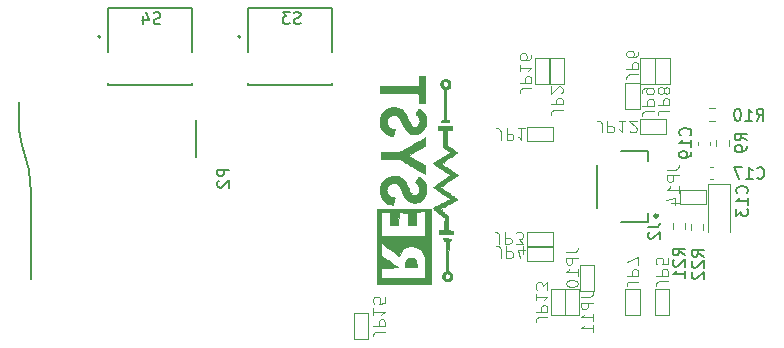
<source format=gbr>
%TF.GenerationSoftware,KiCad,Pcbnew,7.0.6*%
%TF.CreationDate,2023-10-11T20:15:21+08:00*%
%TF.ProjectId,PCB_ESP32WROOM32E_RPI_Zero_Form_Hackster,5043425f-4553-4503-9332-57524f4f4d33,rev?*%
%TF.SameCoordinates,Original*%
%TF.FileFunction,Legend,Bot*%
%TF.FilePolarity,Positive*%
%FSLAX46Y46*%
G04 Gerber Fmt 4.6, Leading zero omitted, Abs format (unit mm)*
G04 Created by KiCad (PCBNEW 7.0.6) date 2023-10-11 20:15:21*
%MOMM*%
%LPD*%
G01*
G04 APERTURE LIST*
%ADD10C,0.150000*%
%ADD11C,0.100000*%
%ADD12C,0.127000*%
%ADD13C,0.200000*%
%ADD14C,0.300000*%
%ADD15C,0.010000*%
%ADD16C,0.120000*%
G04 APERTURE END LIST*
D10*
X78511904Y-82297200D02*
X78369047Y-82344819D01*
X78369047Y-82344819D02*
X78130952Y-82344819D01*
X78130952Y-82344819D02*
X78035714Y-82297200D01*
X78035714Y-82297200D02*
X77988095Y-82249580D01*
X77988095Y-82249580D02*
X77940476Y-82154342D01*
X77940476Y-82154342D02*
X77940476Y-82059104D01*
X77940476Y-82059104D02*
X77988095Y-81963866D01*
X77988095Y-81963866D02*
X78035714Y-81916247D01*
X78035714Y-81916247D02*
X78130952Y-81868628D01*
X78130952Y-81868628D02*
X78321428Y-81821009D01*
X78321428Y-81821009D02*
X78416666Y-81773390D01*
X78416666Y-81773390D02*
X78464285Y-81725771D01*
X78464285Y-81725771D02*
X78511904Y-81630533D01*
X78511904Y-81630533D02*
X78511904Y-81535295D01*
X78511904Y-81535295D02*
X78464285Y-81440057D01*
X78464285Y-81440057D02*
X78416666Y-81392438D01*
X78416666Y-81392438D02*
X78321428Y-81344819D01*
X78321428Y-81344819D02*
X78083333Y-81344819D01*
X78083333Y-81344819D02*
X77940476Y-81392438D01*
X77083333Y-81678152D02*
X77083333Y-82344819D01*
X77321428Y-81297200D02*
X77559523Y-82011485D01*
X77559523Y-82011485D02*
X76940476Y-82011485D01*
D11*
X111292580Y-107159523D02*
X110578295Y-107159523D01*
X110578295Y-107159523D02*
X110435438Y-107207142D01*
X110435438Y-107207142D02*
X110340200Y-107302380D01*
X110340200Y-107302380D02*
X110292580Y-107445237D01*
X110292580Y-107445237D02*
X110292580Y-107540475D01*
X110292580Y-106683332D02*
X111292580Y-106683332D01*
X111292580Y-106683332D02*
X111292580Y-106302380D01*
X111292580Y-106302380D02*
X111244961Y-106207142D01*
X111244961Y-106207142D02*
X111197342Y-106159523D01*
X111197342Y-106159523D02*
X111102104Y-106111904D01*
X111102104Y-106111904D02*
X110959247Y-106111904D01*
X110959247Y-106111904D02*
X110864009Y-106159523D01*
X110864009Y-106159523D02*
X110816390Y-106207142D01*
X110816390Y-106207142D02*
X110768771Y-106302380D01*
X110768771Y-106302380D02*
X110768771Y-106683332D01*
X110292580Y-105159523D02*
X110292580Y-105730951D01*
X110292580Y-105445237D02*
X111292580Y-105445237D01*
X111292580Y-105445237D02*
X111149723Y-105540475D01*
X111149723Y-105540475D02*
X111054485Y-105635713D01*
X111054485Y-105635713D02*
X111006866Y-105730951D01*
X111292580Y-104826189D02*
X111292580Y-104207142D01*
X111292580Y-104207142D02*
X110911628Y-104540475D01*
X110911628Y-104540475D02*
X110911628Y-104397618D01*
X110911628Y-104397618D02*
X110864009Y-104302380D01*
X110864009Y-104302380D02*
X110816390Y-104254761D01*
X110816390Y-104254761D02*
X110721152Y-104207142D01*
X110721152Y-104207142D02*
X110483057Y-104207142D01*
X110483057Y-104207142D02*
X110387819Y-104254761D01*
X110387819Y-104254761D02*
X110340200Y-104302380D01*
X110340200Y-104302380D02*
X110292580Y-104397618D01*
X110292580Y-104397618D02*
X110292580Y-104683332D01*
X110292580Y-104683332D02*
X110340200Y-104778570D01*
X110340200Y-104778570D02*
X110387819Y-104826189D01*
X121612580Y-89663333D02*
X120898295Y-89663333D01*
X120898295Y-89663333D02*
X120755438Y-89710952D01*
X120755438Y-89710952D02*
X120660200Y-89806190D01*
X120660200Y-89806190D02*
X120612580Y-89949047D01*
X120612580Y-89949047D02*
X120612580Y-90044285D01*
X120612580Y-89187142D02*
X121612580Y-89187142D01*
X121612580Y-89187142D02*
X121612580Y-88806190D01*
X121612580Y-88806190D02*
X121564961Y-88710952D01*
X121564961Y-88710952D02*
X121517342Y-88663333D01*
X121517342Y-88663333D02*
X121422104Y-88615714D01*
X121422104Y-88615714D02*
X121279247Y-88615714D01*
X121279247Y-88615714D02*
X121184009Y-88663333D01*
X121184009Y-88663333D02*
X121136390Y-88710952D01*
X121136390Y-88710952D02*
X121088771Y-88806190D01*
X121088771Y-88806190D02*
X121088771Y-89187142D01*
X121184009Y-88044285D02*
X121231628Y-88139523D01*
X121231628Y-88139523D02*
X121279247Y-88187142D01*
X121279247Y-88187142D02*
X121374485Y-88234761D01*
X121374485Y-88234761D02*
X121422104Y-88234761D01*
X121422104Y-88234761D02*
X121517342Y-88187142D01*
X121517342Y-88187142D02*
X121564961Y-88139523D01*
X121564961Y-88139523D02*
X121612580Y-88044285D01*
X121612580Y-88044285D02*
X121612580Y-87853809D01*
X121612580Y-87853809D02*
X121564961Y-87758571D01*
X121564961Y-87758571D02*
X121517342Y-87710952D01*
X121517342Y-87710952D02*
X121422104Y-87663333D01*
X121422104Y-87663333D02*
X121374485Y-87663333D01*
X121374485Y-87663333D02*
X121279247Y-87710952D01*
X121279247Y-87710952D02*
X121231628Y-87758571D01*
X121231628Y-87758571D02*
X121184009Y-87853809D01*
X121184009Y-87853809D02*
X121184009Y-88044285D01*
X121184009Y-88044285D02*
X121136390Y-88139523D01*
X121136390Y-88139523D02*
X121088771Y-88187142D01*
X121088771Y-88187142D02*
X120993533Y-88234761D01*
X120993533Y-88234761D02*
X120803057Y-88234761D01*
X120803057Y-88234761D02*
X120707819Y-88187142D01*
X120707819Y-88187142D02*
X120660200Y-88139523D01*
X120660200Y-88139523D02*
X120612580Y-88044285D01*
X120612580Y-88044285D02*
X120612580Y-87853809D01*
X120612580Y-87853809D02*
X120660200Y-87758571D01*
X120660200Y-87758571D02*
X120707819Y-87710952D01*
X120707819Y-87710952D02*
X120803057Y-87663333D01*
X120803057Y-87663333D02*
X120993533Y-87663333D01*
X120993533Y-87663333D02*
X121088771Y-87710952D01*
X121088771Y-87710952D02*
X121136390Y-87758571D01*
X121136390Y-87758571D02*
X121184009Y-87853809D01*
X112857419Y-101640476D02*
X113571704Y-101640476D01*
X113571704Y-101640476D02*
X113714561Y-101592857D01*
X113714561Y-101592857D02*
X113809800Y-101497619D01*
X113809800Y-101497619D02*
X113857419Y-101354762D01*
X113857419Y-101354762D02*
X113857419Y-101259524D01*
X113857419Y-102116667D02*
X112857419Y-102116667D01*
X112857419Y-102116667D02*
X112857419Y-102497619D01*
X112857419Y-102497619D02*
X112905038Y-102592857D01*
X112905038Y-102592857D02*
X112952657Y-102640476D01*
X112952657Y-102640476D02*
X113047895Y-102688095D01*
X113047895Y-102688095D02*
X113190752Y-102688095D01*
X113190752Y-102688095D02*
X113285990Y-102640476D01*
X113285990Y-102640476D02*
X113333609Y-102592857D01*
X113333609Y-102592857D02*
X113381228Y-102497619D01*
X113381228Y-102497619D02*
X113381228Y-102116667D01*
X113857419Y-103640476D02*
X113857419Y-103069048D01*
X113857419Y-103354762D02*
X112857419Y-103354762D01*
X112857419Y-103354762D02*
X113000276Y-103259524D01*
X113000276Y-103259524D02*
X113095514Y-103164286D01*
X113095514Y-103164286D02*
X113143133Y-103069048D01*
X112857419Y-104259524D02*
X112857419Y-104354762D01*
X112857419Y-104354762D02*
X112905038Y-104450000D01*
X112905038Y-104450000D02*
X112952657Y-104497619D01*
X112952657Y-104497619D02*
X113047895Y-104545238D01*
X113047895Y-104545238D02*
X113238371Y-104592857D01*
X113238371Y-104592857D02*
X113476466Y-104592857D01*
X113476466Y-104592857D02*
X113666942Y-104545238D01*
X113666942Y-104545238D02*
X113762180Y-104497619D01*
X113762180Y-104497619D02*
X113809800Y-104450000D01*
X113809800Y-104450000D02*
X113857419Y-104354762D01*
X113857419Y-104354762D02*
X113857419Y-104259524D01*
X113857419Y-104259524D02*
X113809800Y-104164286D01*
X113809800Y-104164286D02*
X113762180Y-104116667D01*
X113762180Y-104116667D02*
X113666942Y-104069048D01*
X113666942Y-104069048D02*
X113476466Y-104021429D01*
X113476466Y-104021429D02*
X113238371Y-104021429D01*
X113238371Y-104021429D02*
X113047895Y-104069048D01*
X113047895Y-104069048D02*
X112952657Y-104116667D01*
X112952657Y-104116667D02*
X112905038Y-104164286D01*
X112905038Y-104164286D02*
X112857419Y-104259524D01*
D10*
X119804188Y-99516275D02*
X120519312Y-99516275D01*
X120519312Y-99516275D02*
X120662337Y-99468601D01*
X120662337Y-99468601D02*
X120757687Y-99373251D01*
X120757687Y-99373251D02*
X120805361Y-99230226D01*
X120805361Y-99230226D02*
X120805361Y-99134876D01*
X119899538Y-99945349D02*
X119851863Y-99993024D01*
X119851863Y-99993024D02*
X119804188Y-100088374D01*
X119804188Y-100088374D02*
X119804188Y-100326748D01*
X119804188Y-100326748D02*
X119851863Y-100422098D01*
X119851863Y-100422098D02*
X119899538Y-100469773D01*
X119899538Y-100469773D02*
X119994888Y-100517448D01*
X119994888Y-100517448D02*
X120090238Y-100517448D01*
X120090238Y-100517448D02*
X120233263Y-100469773D01*
X120233263Y-100469773D02*
X120805361Y-99897674D01*
X120805361Y-99897674D02*
X120805361Y-100517448D01*
D11*
X107336666Y-102102580D02*
X107336666Y-101388295D01*
X107336666Y-101388295D02*
X107289047Y-101245438D01*
X107289047Y-101245438D02*
X107193809Y-101150200D01*
X107193809Y-101150200D02*
X107050952Y-101102580D01*
X107050952Y-101102580D02*
X106955714Y-101102580D01*
X107812857Y-101102580D02*
X107812857Y-102102580D01*
X107812857Y-102102580D02*
X108193809Y-102102580D01*
X108193809Y-102102580D02*
X108289047Y-102054961D01*
X108289047Y-102054961D02*
X108336666Y-102007342D01*
X108336666Y-102007342D02*
X108384285Y-101912104D01*
X108384285Y-101912104D02*
X108384285Y-101769247D01*
X108384285Y-101769247D02*
X108336666Y-101674009D01*
X108336666Y-101674009D02*
X108289047Y-101626390D01*
X108289047Y-101626390D02*
X108193809Y-101578771D01*
X108193809Y-101578771D02*
X107812857Y-101578771D01*
X109241428Y-101769247D02*
X109241428Y-101102580D01*
X109003333Y-102150200D02*
X108765238Y-101435914D01*
X108765238Y-101435914D02*
X109384285Y-101435914D01*
X107206666Y-100932580D02*
X107206666Y-100218295D01*
X107206666Y-100218295D02*
X107159047Y-100075438D01*
X107159047Y-100075438D02*
X107063809Y-99980200D01*
X107063809Y-99980200D02*
X106920952Y-99932580D01*
X106920952Y-99932580D02*
X106825714Y-99932580D01*
X107682857Y-99932580D02*
X107682857Y-100932580D01*
X107682857Y-100932580D02*
X108063809Y-100932580D01*
X108063809Y-100932580D02*
X108159047Y-100884961D01*
X108159047Y-100884961D02*
X108206666Y-100837342D01*
X108206666Y-100837342D02*
X108254285Y-100742104D01*
X108254285Y-100742104D02*
X108254285Y-100599247D01*
X108254285Y-100599247D02*
X108206666Y-100504009D01*
X108206666Y-100504009D02*
X108159047Y-100456390D01*
X108159047Y-100456390D02*
X108063809Y-100408771D01*
X108063809Y-100408771D02*
X107682857Y-100408771D01*
X108587619Y-100932580D02*
X109206666Y-100932580D01*
X109206666Y-100932580D02*
X108873333Y-100551628D01*
X108873333Y-100551628D02*
X109016190Y-100551628D01*
X109016190Y-100551628D02*
X109111428Y-100504009D01*
X109111428Y-100504009D02*
X109159047Y-100456390D01*
X109159047Y-100456390D02*
X109206666Y-100361152D01*
X109206666Y-100361152D02*
X109206666Y-100123057D01*
X109206666Y-100123057D02*
X109159047Y-100027819D01*
X109159047Y-100027819D02*
X109111428Y-99980200D01*
X109111428Y-99980200D02*
X109016190Y-99932580D01*
X109016190Y-99932580D02*
X108730476Y-99932580D01*
X108730476Y-99932580D02*
X108635238Y-99980200D01*
X108635238Y-99980200D02*
X108587619Y-100027819D01*
X121407419Y-94640476D02*
X122121704Y-94640476D01*
X122121704Y-94640476D02*
X122264561Y-94592857D01*
X122264561Y-94592857D02*
X122359800Y-94497619D01*
X122359800Y-94497619D02*
X122407419Y-94354762D01*
X122407419Y-94354762D02*
X122407419Y-94259524D01*
X122407419Y-95116667D02*
X121407419Y-95116667D01*
X121407419Y-95116667D02*
X121407419Y-95497619D01*
X121407419Y-95497619D02*
X121455038Y-95592857D01*
X121455038Y-95592857D02*
X121502657Y-95640476D01*
X121502657Y-95640476D02*
X121597895Y-95688095D01*
X121597895Y-95688095D02*
X121740752Y-95688095D01*
X121740752Y-95688095D02*
X121835990Y-95640476D01*
X121835990Y-95640476D02*
X121883609Y-95592857D01*
X121883609Y-95592857D02*
X121931228Y-95497619D01*
X121931228Y-95497619D02*
X121931228Y-95116667D01*
X122407419Y-96640476D02*
X122407419Y-96069048D01*
X122407419Y-96354762D02*
X121407419Y-96354762D01*
X121407419Y-96354762D02*
X121550276Y-96259524D01*
X121550276Y-96259524D02*
X121645514Y-96164286D01*
X121645514Y-96164286D02*
X121693133Y-96069048D01*
X121740752Y-97497619D02*
X122407419Y-97497619D01*
X121359800Y-97259524D02*
X122074085Y-97021429D01*
X122074085Y-97021429D02*
X122074085Y-97640476D01*
X120282580Y-89713333D02*
X119568295Y-89713333D01*
X119568295Y-89713333D02*
X119425438Y-89760952D01*
X119425438Y-89760952D02*
X119330200Y-89856190D01*
X119330200Y-89856190D02*
X119282580Y-89999047D01*
X119282580Y-89999047D02*
X119282580Y-90094285D01*
X119282580Y-89237142D02*
X120282580Y-89237142D01*
X120282580Y-89237142D02*
X120282580Y-88856190D01*
X120282580Y-88856190D02*
X120234961Y-88760952D01*
X120234961Y-88760952D02*
X120187342Y-88713333D01*
X120187342Y-88713333D02*
X120092104Y-88665714D01*
X120092104Y-88665714D02*
X119949247Y-88665714D01*
X119949247Y-88665714D02*
X119854009Y-88713333D01*
X119854009Y-88713333D02*
X119806390Y-88760952D01*
X119806390Y-88760952D02*
X119758771Y-88856190D01*
X119758771Y-88856190D02*
X119758771Y-89237142D01*
X119282580Y-88189523D02*
X119282580Y-87999047D01*
X119282580Y-87999047D02*
X119330200Y-87903809D01*
X119330200Y-87903809D02*
X119377819Y-87856190D01*
X119377819Y-87856190D02*
X119520676Y-87760952D01*
X119520676Y-87760952D02*
X119711152Y-87713333D01*
X119711152Y-87713333D02*
X120092104Y-87713333D01*
X120092104Y-87713333D02*
X120187342Y-87760952D01*
X120187342Y-87760952D02*
X120234961Y-87808571D01*
X120234961Y-87808571D02*
X120282580Y-87903809D01*
X120282580Y-87903809D02*
X120282580Y-88094285D01*
X120282580Y-88094285D02*
X120234961Y-88189523D01*
X120234961Y-88189523D02*
X120187342Y-88237142D01*
X120187342Y-88237142D02*
X120092104Y-88284761D01*
X120092104Y-88284761D02*
X119854009Y-88284761D01*
X119854009Y-88284761D02*
X119758771Y-88237142D01*
X119758771Y-88237142D02*
X119711152Y-88189523D01*
X119711152Y-88189523D02*
X119663533Y-88094285D01*
X119663533Y-88094285D02*
X119663533Y-87903809D01*
X119663533Y-87903809D02*
X119711152Y-87808571D01*
X119711152Y-87808571D02*
X119758771Y-87760952D01*
X119758771Y-87760952D02*
X119854009Y-87713333D01*
D10*
X122904819Y-101907142D02*
X122428628Y-101573809D01*
X122904819Y-101335714D02*
X121904819Y-101335714D01*
X121904819Y-101335714D02*
X121904819Y-101716666D01*
X121904819Y-101716666D02*
X121952438Y-101811904D01*
X121952438Y-101811904D02*
X122000057Y-101859523D01*
X122000057Y-101859523D02*
X122095295Y-101907142D01*
X122095295Y-101907142D02*
X122238152Y-101907142D01*
X122238152Y-101907142D02*
X122333390Y-101859523D01*
X122333390Y-101859523D02*
X122381009Y-101811904D01*
X122381009Y-101811904D02*
X122428628Y-101716666D01*
X122428628Y-101716666D02*
X122428628Y-101335714D01*
X122000057Y-102288095D02*
X121952438Y-102335714D01*
X121952438Y-102335714D02*
X121904819Y-102430952D01*
X121904819Y-102430952D02*
X121904819Y-102669047D01*
X121904819Y-102669047D02*
X121952438Y-102764285D01*
X121952438Y-102764285D02*
X122000057Y-102811904D01*
X122000057Y-102811904D02*
X122095295Y-102859523D01*
X122095295Y-102859523D02*
X122190533Y-102859523D01*
X122190533Y-102859523D02*
X122333390Y-102811904D01*
X122333390Y-102811904D02*
X122904819Y-102240476D01*
X122904819Y-102240476D02*
X122904819Y-102859523D01*
X122904819Y-103811904D02*
X122904819Y-103240476D01*
X122904819Y-103526190D02*
X121904819Y-103526190D01*
X121904819Y-103526190D02*
X122047676Y-103430952D01*
X122047676Y-103430952D02*
X122142914Y-103335714D01*
X122142914Y-103335714D02*
X122190533Y-103240476D01*
D11*
X118982580Y-86583333D02*
X118268295Y-86583333D01*
X118268295Y-86583333D02*
X118125438Y-86630952D01*
X118125438Y-86630952D02*
X118030200Y-86726190D01*
X118030200Y-86726190D02*
X117982580Y-86869047D01*
X117982580Y-86869047D02*
X117982580Y-86964285D01*
X117982580Y-86107142D02*
X118982580Y-86107142D01*
X118982580Y-86107142D02*
X118982580Y-85726190D01*
X118982580Y-85726190D02*
X118934961Y-85630952D01*
X118934961Y-85630952D02*
X118887342Y-85583333D01*
X118887342Y-85583333D02*
X118792104Y-85535714D01*
X118792104Y-85535714D02*
X118649247Y-85535714D01*
X118649247Y-85535714D02*
X118554009Y-85583333D01*
X118554009Y-85583333D02*
X118506390Y-85630952D01*
X118506390Y-85630952D02*
X118458771Y-85726190D01*
X118458771Y-85726190D02*
X118458771Y-86107142D01*
X118982580Y-84678571D02*
X118982580Y-84869047D01*
X118982580Y-84869047D02*
X118934961Y-84964285D01*
X118934961Y-84964285D02*
X118887342Y-85011904D01*
X118887342Y-85011904D02*
X118744485Y-85107142D01*
X118744485Y-85107142D02*
X118554009Y-85154761D01*
X118554009Y-85154761D02*
X118173057Y-85154761D01*
X118173057Y-85154761D02*
X118077819Y-85107142D01*
X118077819Y-85107142D02*
X118030200Y-85059523D01*
X118030200Y-85059523D02*
X117982580Y-84964285D01*
X117982580Y-84964285D02*
X117982580Y-84773809D01*
X117982580Y-84773809D02*
X118030200Y-84678571D01*
X118030200Y-84678571D02*
X118077819Y-84630952D01*
X118077819Y-84630952D02*
X118173057Y-84583333D01*
X118173057Y-84583333D02*
X118411152Y-84583333D01*
X118411152Y-84583333D02*
X118506390Y-84630952D01*
X118506390Y-84630952D02*
X118554009Y-84678571D01*
X118554009Y-84678571D02*
X118601628Y-84773809D01*
X118601628Y-84773809D02*
X118601628Y-84964285D01*
X118601628Y-84964285D02*
X118554009Y-85059523D01*
X118554009Y-85059523D02*
X118506390Y-85107142D01*
X118506390Y-85107142D02*
X118411152Y-85154761D01*
X114157419Y-105430476D02*
X114871704Y-105430476D01*
X114871704Y-105430476D02*
X115014561Y-105382857D01*
X115014561Y-105382857D02*
X115109800Y-105287619D01*
X115109800Y-105287619D02*
X115157419Y-105144762D01*
X115157419Y-105144762D02*
X115157419Y-105049524D01*
X115157419Y-105906667D02*
X114157419Y-105906667D01*
X114157419Y-105906667D02*
X114157419Y-106287619D01*
X114157419Y-106287619D02*
X114205038Y-106382857D01*
X114205038Y-106382857D02*
X114252657Y-106430476D01*
X114252657Y-106430476D02*
X114347895Y-106478095D01*
X114347895Y-106478095D02*
X114490752Y-106478095D01*
X114490752Y-106478095D02*
X114585990Y-106430476D01*
X114585990Y-106430476D02*
X114633609Y-106382857D01*
X114633609Y-106382857D02*
X114681228Y-106287619D01*
X114681228Y-106287619D02*
X114681228Y-105906667D01*
X115157419Y-107430476D02*
X115157419Y-106859048D01*
X115157419Y-107144762D02*
X114157419Y-107144762D01*
X114157419Y-107144762D02*
X114300276Y-107049524D01*
X114300276Y-107049524D02*
X114395514Y-106954286D01*
X114395514Y-106954286D02*
X114443133Y-106859048D01*
X115157419Y-108382857D02*
X115157419Y-107811429D01*
X115157419Y-108097143D02*
X114157419Y-108097143D01*
X114157419Y-108097143D02*
X114300276Y-108001905D01*
X114300276Y-108001905D02*
X114395514Y-107906667D01*
X114395514Y-107906667D02*
X114443133Y-107811429D01*
D10*
X129042857Y-95334580D02*
X129090476Y-95382200D01*
X129090476Y-95382200D02*
X129233333Y-95429819D01*
X129233333Y-95429819D02*
X129328571Y-95429819D01*
X129328571Y-95429819D02*
X129471428Y-95382200D01*
X129471428Y-95382200D02*
X129566666Y-95286961D01*
X129566666Y-95286961D02*
X129614285Y-95191723D01*
X129614285Y-95191723D02*
X129661904Y-95001247D01*
X129661904Y-95001247D02*
X129661904Y-94858390D01*
X129661904Y-94858390D02*
X129614285Y-94667914D01*
X129614285Y-94667914D02*
X129566666Y-94572676D01*
X129566666Y-94572676D02*
X129471428Y-94477438D01*
X129471428Y-94477438D02*
X129328571Y-94429819D01*
X129328571Y-94429819D02*
X129233333Y-94429819D01*
X129233333Y-94429819D02*
X129090476Y-94477438D01*
X129090476Y-94477438D02*
X129042857Y-94525057D01*
X128090476Y-95429819D02*
X128661904Y-95429819D01*
X128376190Y-95429819D02*
X128376190Y-94429819D01*
X128376190Y-94429819D02*
X128471428Y-94572676D01*
X128471428Y-94572676D02*
X128566666Y-94667914D01*
X128566666Y-94667914D02*
X128661904Y-94715533D01*
X127757142Y-94429819D02*
X127090476Y-94429819D01*
X127090476Y-94429819D02*
X127519047Y-95429819D01*
X128154819Y-92183333D02*
X127678628Y-91850000D01*
X128154819Y-91611905D02*
X127154819Y-91611905D01*
X127154819Y-91611905D02*
X127154819Y-91992857D01*
X127154819Y-91992857D02*
X127202438Y-92088095D01*
X127202438Y-92088095D02*
X127250057Y-92135714D01*
X127250057Y-92135714D02*
X127345295Y-92183333D01*
X127345295Y-92183333D02*
X127488152Y-92183333D01*
X127488152Y-92183333D02*
X127583390Y-92135714D01*
X127583390Y-92135714D02*
X127631009Y-92088095D01*
X127631009Y-92088095D02*
X127678628Y-91992857D01*
X127678628Y-91992857D02*
X127678628Y-91611905D01*
X128154819Y-92659524D02*
X128154819Y-92850000D01*
X128154819Y-92850000D02*
X128107200Y-92945238D01*
X128107200Y-92945238D02*
X128059580Y-92992857D01*
X128059580Y-92992857D02*
X127916723Y-93088095D01*
X127916723Y-93088095D02*
X127726247Y-93135714D01*
X127726247Y-93135714D02*
X127345295Y-93135714D01*
X127345295Y-93135714D02*
X127250057Y-93088095D01*
X127250057Y-93088095D02*
X127202438Y-93040476D01*
X127202438Y-93040476D02*
X127154819Y-92945238D01*
X127154819Y-92945238D02*
X127154819Y-92754762D01*
X127154819Y-92754762D02*
X127202438Y-92659524D01*
X127202438Y-92659524D02*
X127250057Y-92611905D01*
X127250057Y-92611905D02*
X127345295Y-92564286D01*
X127345295Y-92564286D02*
X127583390Y-92564286D01*
X127583390Y-92564286D02*
X127678628Y-92611905D01*
X127678628Y-92611905D02*
X127726247Y-92659524D01*
X127726247Y-92659524D02*
X127773866Y-92754762D01*
X127773866Y-92754762D02*
X127773866Y-92945238D01*
X127773866Y-92945238D02*
X127726247Y-93040476D01*
X127726247Y-93040476D02*
X127678628Y-93088095D01*
X127678628Y-93088095D02*
X127583390Y-93135714D01*
X128992857Y-90504819D02*
X129326190Y-90028628D01*
X129564285Y-90504819D02*
X129564285Y-89504819D01*
X129564285Y-89504819D02*
X129183333Y-89504819D01*
X129183333Y-89504819D02*
X129088095Y-89552438D01*
X129088095Y-89552438D02*
X129040476Y-89600057D01*
X129040476Y-89600057D02*
X128992857Y-89695295D01*
X128992857Y-89695295D02*
X128992857Y-89838152D01*
X128992857Y-89838152D02*
X129040476Y-89933390D01*
X129040476Y-89933390D02*
X129088095Y-89981009D01*
X129088095Y-89981009D02*
X129183333Y-90028628D01*
X129183333Y-90028628D02*
X129564285Y-90028628D01*
X128040476Y-90504819D02*
X128611904Y-90504819D01*
X128326190Y-90504819D02*
X128326190Y-89504819D01*
X128326190Y-89504819D02*
X128421428Y-89647676D01*
X128421428Y-89647676D02*
X128516666Y-89742914D01*
X128516666Y-89742914D02*
X128611904Y-89790533D01*
X127421428Y-89504819D02*
X127326190Y-89504819D01*
X127326190Y-89504819D02*
X127230952Y-89552438D01*
X127230952Y-89552438D02*
X127183333Y-89600057D01*
X127183333Y-89600057D02*
X127135714Y-89695295D01*
X127135714Y-89695295D02*
X127088095Y-89885771D01*
X127088095Y-89885771D02*
X127088095Y-90123866D01*
X127088095Y-90123866D02*
X127135714Y-90314342D01*
X127135714Y-90314342D02*
X127183333Y-90409580D01*
X127183333Y-90409580D02*
X127230952Y-90457200D01*
X127230952Y-90457200D02*
X127326190Y-90504819D01*
X127326190Y-90504819D02*
X127421428Y-90504819D01*
X127421428Y-90504819D02*
X127516666Y-90457200D01*
X127516666Y-90457200D02*
X127564285Y-90409580D01*
X127564285Y-90409580D02*
X127611904Y-90314342D01*
X127611904Y-90314342D02*
X127659523Y-90123866D01*
X127659523Y-90123866D02*
X127659523Y-89885771D01*
X127659523Y-89885771D02*
X127611904Y-89695295D01*
X127611904Y-89695295D02*
X127564285Y-89600057D01*
X127564285Y-89600057D02*
X127516666Y-89552438D01*
X127516666Y-89552438D02*
X127421428Y-89504819D01*
D11*
X109932580Y-87769523D02*
X109218295Y-87769523D01*
X109218295Y-87769523D02*
X109075438Y-87817142D01*
X109075438Y-87817142D02*
X108980200Y-87912380D01*
X108980200Y-87912380D02*
X108932580Y-88055237D01*
X108932580Y-88055237D02*
X108932580Y-88150475D01*
X108932580Y-87293332D02*
X109932580Y-87293332D01*
X109932580Y-87293332D02*
X109932580Y-86912380D01*
X109932580Y-86912380D02*
X109884961Y-86817142D01*
X109884961Y-86817142D02*
X109837342Y-86769523D01*
X109837342Y-86769523D02*
X109742104Y-86721904D01*
X109742104Y-86721904D02*
X109599247Y-86721904D01*
X109599247Y-86721904D02*
X109504009Y-86769523D01*
X109504009Y-86769523D02*
X109456390Y-86817142D01*
X109456390Y-86817142D02*
X109408771Y-86912380D01*
X109408771Y-86912380D02*
X109408771Y-87293332D01*
X108932580Y-85769523D02*
X108932580Y-86340951D01*
X108932580Y-86055237D02*
X109932580Y-86055237D01*
X109932580Y-86055237D02*
X109789723Y-86150475D01*
X109789723Y-86150475D02*
X109694485Y-86245713D01*
X109694485Y-86245713D02*
X109646866Y-86340951D01*
X109932580Y-84912380D02*
X109932580Y-85102856D01*
X109932580Y-85102856D02*
X109884961Y-85198094D01*
X109884961Y-85198094D02*
X109837342Y-85245713D01*
X109837342Y-85245713D02*
X109694485Y-85340951D01*
X109694485Y-85340951D02*
X109504009Y-85388570D01*
X109504009Y-85388570D02*
X109123057Y-85388570D01*
X109123057Y-85388570D02*
X109027819Y-85340951D01*
X109027819Y-85340951D02*
X108980200Y-85293332D01*
X108980200Y-85293332D02*
X108932580Y-85198094D01*
X108932580Y-85198094D02*
X108932580Y-85007618D01*
X108932580Y-85007618D02*
X108980200Y-84912380D01*
X108980200Y-84912380D02*
X109027819Y-84864761D01*
X109027819Y-84864761D02*
X109123057Y-84817142D01*
X109123057Y-84817142D02*
X109361152Y-84817142D01*
X109361152Y-84817142D02*
X109456390Y-84864761D01*
X109456390Y-84864761D02*
X109504009Y-84912380D01*
X109504009Y-84912380D02*
X109551628Y-85007618D01*
X109551628Y-85007618D02*
X109551628Y-85198094D01*
X109551628Y-85198094D02*
X109504009Y-85293332D01*
X109504009Y-85293332D02*
X109456390Y-85340951D01*
X109456390Y-85340951D02*
X109361152Y-85388570D01*
D10*
X124504819Y-102007142D02*
X124028628Y-101673809D01*
X124504819Y-101435714D02*
X123504819Y-101435714D01*
X123504819Y-101435714D02*
X123504819Y-101816666D01*
X123504819Y-101816666D02*
X123552438Y-101911904D01*
X123552438Y-101911904D02*
X123600057Y-101959523D01*
X123600057Y-101959523D02*
X123695295Y-102007142D01*
X123695295Y-102007142D02*
X123838152Y-102007142D01*
X123838152Y-102007142D02*
X123933390Y-101959523D01*
X123933390Y-101959523D02*
X123981009Y-101911904D01*
X123981009Y-101911904D02*
X124028628Y-101816666D01*
X124028628Y-101816666D02*
X124028628Y-101435714D01*
X123600057Y-102388095D02*
X123552438Y-102435714D01*
X123552438Y-102435714D02*
X123504819Y-102530952D01*
X123504819Y-102530952D02*
X123504819Y-102769047D01*
X123504819Y-102769047D02*
X123552438Y-102864285D01*
X123552438Y-102864285D02*
X123600057Y-102911904D01*
X123600057Y-102911904D02*
X123695295Y-102959523D01*
X123695295Y-102959523D02*
X123790533Y-102959523D01*
X123790533Y-102959523D02*
X123933390Y-102911904D01*
X123933390Y-102911904D02*
X124504819Y-102340476D01*
X124504819Y-102340476D02*
X124504819Y-102959523D01*
X123600057Y-103340476D02*
X123552438Y-103388095D01*
X123552438Y-103388095D02*
X123504819Y-103483333D01*
X123504819Y-103483333D02*
X123504819Y-103721428D01*
X123504819Y-103721428D02*
X123552438Y-103816666D01*
X123552438Y-103816666D02*
X123600057Y-103864285D01*
X123600057Y-103864285D02*
X123695295Y-103911904D01*
X123695295Y-103911904D02*
X123790533Y-103911904D01*
X123790533Y-103911904D02*
X123933390Y-103864285D01*
X123933390Y-103864285D02*
X124504819Y-103292857D01*
X124504819Y-103292857D02*
X124504819Y-103911904D01*
D11*
X112572580Y-89603333D02*
X111858295Y-89603333D01*
X111858295Y-89603333D02*
X111715438Y-89650952D01*
X111715438Y-89650952D02*
X111620200Y-89746190D01*
X111620200Y-89746190D02*
X111572580Y-89889047D01*
X111572580Y-89889047D02*
X111572580Y-89984285D01*
X111572580Y-89127142D02*
X112572580Y-89127142D01*
X112572580Y-89127142D02*
X112572580Y-88746190D01*
X112572580Y-88746190D02*
X112524961Y-88650952D01*
X112524961Y-88650952D02*
X112477342Y-88603333D01*
X112477342Y-88603333D02*
X112382104Y-88555714D01*
X112382104Y-88555714D02*
X112239247Y-88555714D01*
X112239247Y-88555714D02*
X112144009Y-88603333D01*
X112144009Y-88603333D02*
X112096390Y-88650952D01*
X112096390Y-88650952D02*
X112048771Y-88746190D01*
X112048771Y-88746190D02*
X112048771Y-89127142D01*
X112477342Y-88174761D02*
X112524961Y-88127142D01*
X112524961Y-88127142D02*
X112572580Y-88031904D01*
X112572580Y-88031904D02*
X112572580Y-87793809D01*
X112572580Y-87793809D02*
X112524961Y-87698571D01*
X112524961Y-87698571D02*
X112477342Y-87650952D01*
X112477342Y-87650952D02*
X112382104Y-87603333D01*
X112382104Y-87603333D02*
X112286866Y-87603333D01*
X112286866Y-87603333D02*
X112144009Y-87650952D01*
X112144009Y-87650952D02*
X111572580Y-88222380D01*
X111572580Y-88222380D02*
X111572580Y-87603333D01*
X97522580Y-108379523D02*
X96808295Y-108379523D01*
X96808295Y-108379523D02*
X96665438Y-108427142D01*
X96665438Y-108427142D02*
X96570200Y-108522380D01*
X96570200Y-108522380D02*
X96522580Y-108665237D01*
X96522580Y-108665237D02*
X96522580Y-108760475D01*
X96522580Y-107903332D02*
X97522580Y-107903332D01*
X97522580Y-107903332D02*
X97522580Y-107522380D01*
X97522580Y-107522380D02*
X97474961Y-107427142D01*
X97474961Y-107427142D02*
X97427342Y-107379523D01*
X97427342Y-107379523D02*
X97332104Y-107331904D01*
X97332104Y-107331904D02*
X97189247Y-107331904D01*
X97189247Y-107331904D02*
X97094009Y-107379523D01*
X97094009Y-107379523D02*
X97046390Y-107427142D01*
X97046390Y-107427142D02*
X96998771Y-107522380D01*
X96998771Y-107522380D02*
X96998771Y-107903332D01*
X96522580Y-106379523D02*
X96522580Y-106950951D01*
X96522580Y-106665237D02*
X97522580Y-106665237D01*
X97522580Y-106665237D02*
X97379723Y-106760475D01*
X97379723Y-106760475D02*
X97284485Y-106855713D01*
X97284485Y-106855713D02*
X97236866Y-106950951D01*
X97522580Y-105474761D02*
X97522580Y-105950951D01*
X97522580Y-105950951D02*
X97046390Y-105998570D01*
X97046390Y-105998570D02*
X97094009Y-105950951D01*
X97094009Y-105950951D02*
X97141628Y-105855713D01*
X97141628Y-105855713D02*
X97141628Y-105617618D01*
X97141628Y-105617618D02*
X97094009Y-105522380D01*
X97094009Y-105522380D02*
X97046390Y-105474761D01*
X97046390Y-105474761D02*
X96951152Y-105427142D01*
X96951152Y-105427142D02*
X96713057Y-105427142D01*
X96713057Y-105427142D02*
X96617819Y-105474761D01*
X96617819Y-105474761D02*
X96570200Y-105522380D01*
X96570200Y-105522380D02*
X96522580Y-105617618D01*
X96522580Y-105617618D02*
X96522580Y-105855713D01*
X96522580Y-105855713D02*
X96570200Y-105950951D01*
X96570200Y-105950951D02*
X96617819Y-105998570D01*
X121472580Y-104103333D02*
X120758295Y-104103333D01*
X120758295Y-104103333D02*
X120615438Y-104150952D01*
X120615438Y-104150952D02*
X120520200Y-104246190D01*
X120520200Y-104246190D02*
X120472580Y-104389047D01*
X120472580Y-104389047D02*
X120472580Y-104484285D01*
X120472580Y-103627142D02*
X121472580Y-103627142D01*
X121472580Y-103627142D02*
X121472580Y-103246190D01*
X121472580Y-103246190D02*
X121424961Y-103150952D01*
X121424961Y-103150952D02*
X121377342Y-103103333D01*
X121377342Y-103103333D02*
X121282104Y-103055714D01*
X121282104Y-103055714D02*
X121139247Y-103055714D01*
X121139247Y-103055714D02*
X121044009Y-103103333D01*
X121044009Y-103103333D02*
X120996390Y-103150952D01*
X120996390Y-103150952D02*
X120948771Y-103246190D01*
X120948771Y-103246190D02*
X120948771Y-103627142D01*
X121472580Y-102150952D02*
X121472580Y-102627142D01*
X121472580Y-102627142D02*
X120996390Y-102674761D01*
X120996390Y-102674761D02*
X121044009Y-102627142D01*
X121044009Y-102627142D02*
X121091628Y-102531904D01*
X121091628Y-102531904D02*
X121091628Y-102293809D01*
X121091628Y-102293809D02*
X121044009Y-102198571D01*
X121044009Y-102198571D02*
X120996390Y-102150952D01*
X120996390Y-102150952D02*
X120901152Y-102103333D01*
X120901152Y-102103333D02*
X120663057Y-102103333D01*
X120663057Y-102103333D02*
X120567819Y-102150952D01*
X120567819Y-102150952D02*
X120520200Y-102198571D01*
X120520200Y-102198571D02*
X120472580Y-102293809D01*
X120472580Y-102293809D02*
X120472580Y-102531904D01*
X120472580Y-102531904D02*
X120520200Y-102627142D01*
X120520200Y-102627142D02*
X120567819Y-102674761D01*
D10*
X128159580Y-96657142D02*
X128207200Y-96609523D01*
X128207200Y-96609523D02*
X128254819Y-96466666D01*
X128254819Y-96466666D02*
X128254819Y-96371428D01*
X128254819Y-96371428D02*
X128207200Y-96228571D01*
X128207200Y-96228571D02*
X128111961Y-96133333D01*
X128111961Y-96133333D02*
X128016723Y-96085714D01*
X128016723Y-96085714D02*
X127826247Y-96038095D01*
X127826247Y-96038095D02*
X127683390Y-96038095D01*
X127683390Y-96038095D02*
X127492914Y-96085714D01*
X127492914Y-96085714D02*
X127397676Y-96133333D01*
X127397676Y-96133333D02*
X127302438Y-96228571D01*
X127302438Y-96228571D02*
X127254819Y-96371428D01*
X127254819Y-96371428D02*
X127254819Y-96466666D01*
X127254819Y-96466666D02*
X127302438Y-96609523D01*
X127302438Y-96609523D02*
X127350057Y-96657142D01*
X128254819Y-97609523D02*
X128254819Y-97038095D01*
X128254819Y-97323809D02*
X127254819Y-97323809D01*
X127254819Y-97323809D02*
X127397676Y-97228571D01*
X127397676Y-97228571D02*
X127492914Y-97133333D01*
X127492914Y-97133333D02*
X127540533Y-97038095D01*
X127254819Y-97942857D02*
X127254819Y-98561904D01*
X127254819Y-98561904D02*
X127635771Y-98228571D01*
X127635771Y-98228571D02*
X127635771Y-98371428D01*
X127635771Y-98371428D02*
X127683390Y-98466666D01*
X127683390Y-98466666D02*
X127731009Y-98514285D01*
X127731009Y-98514285D02*
X127826247Y-98561904D01*
X127826247Y-98561904D02*
X128064342Y-98561904D01*
X128064342Y-98561904D02*
X128159580Y-98514285D01*
X128159580Y-98514285D02*
X128207200Y-98466666D01*
X128207200Y-98466666D02*
X128254819Y-98371428D01*
X128254819Y-98371428D02*
X128254819Y-98085714D01*
X128254819Y-98085714D02*
X128207200Y-97990476D01*
X128207200Y-97990476D02*
X128159580Y-97942857D01*
D11*
X118992580Y-104133333D02*
X118278295Y-104133333D01*
X118278295Y-104133333D02*
X118135438Y-104180952D01*
X118135438Y-104180952D02*
X118040200Y-104276190D01*
X118040200Y-104276190D02*
X117992580Y-104419047D01*
X117992580Y-104419047D02*
X117992580Y-104514285D01*
X117992580Y-103657142D02*
X118992580Y-103657142D01*
X118992580Y-103657142D02*
X118992580Y-103276190D01*
X118992580Y-103276190D02*
X118944961Y-103180952D01*
X118944961Y-103180952D02*
X118897342Y-103133333D01*
X118897342Y-103133333D02*
X118802104Y-103085714D01*
X118802104Y-103085714D02*
X118659247Y-103085714D01*
X118659247Y-103085714D02*
X118564009Y-103133333D01*
X118564009Y-103133333D02*
X118516390Y-103180952D01*
X118516390Y-103180952D02*
X118468771Y-103276190D01*
X118468771Y-103276190D02*
X118468771Y-103657142D01*
X118992580Y-102752380D02*
X118992580Y-102085714D01*
X118992580Y-102085714D02*
X117992580Y-102514285D01*
D10*
X84345053Y-94651533D02*
X83344549Y-94651533D01*
X83344549Y-94651533D02*
X83344549Y-95032677D01*
X83344549Y-95032677D02*
X83392192Y-95127963D01*
X83392192Y-95127963D02*
X83439835Y-95175606D01*
X83439835Y-95175606D02*
X83535121Y-95223249D01*
X83535121Y-95223249D02*
X83678050Y-95223249D01*
X83678050Y-95223249D02*
X83773336Y-95175606D01*
X83773336Y-95175606D02*
X83820979Y-95127963D01*
X83820979Y-95127963D02*
X83868622Y-95032677D01*
X83868622Y-95032677D02*
X83868622Y-94651533D01*
X83439835Y-95604394D02*
X83392192Y-95652037D01*
X83392192Y-95652037D02*
X83344549Y-95747323D01*
X83344549Y-95747323D02*
X83344549Y-95985538D01*
X83344549Y-95985538D02*
X83392192Y-96080824D01*
X83392192Y-96080824D02*
X83439835Y-96128467D01*
X83439835Y-96128467D02*
X83535121Y-96176110D01*
X83535121Y-96176110D02*
X83630407Y-96176110D01*
X83630407Y-96176110D02*
X83773336Y-96128467D01*
X83773336Y-96128467D02*
X84345053Y-95556751D01*
X84345053Y-95556751D02*
X84345053Y-96176110D01*
D11*
X115890476Y-91492580D02*
X115890476Y-90778295D01*
X115890476Y-90778295D02*
X115842857Y-90635438D01*
X115842857Y-90635438D02*
X115747619Y-90540200D01*
X115747619Y-90540200D02*
X115604762Y-90492580D01*
X115604762Y-90492580D02*
X115509524Y-90492580D01*
X116366667Y-90492580D02*
X116366667Y-91492580D01*
X116366667Y-91492580D02*
X116747619Y-91492580D01*
X116747619Y-91492580D02*
X116842857Y-91444961D01*
X116842857Y-91444961D02*
X116890476Y-91397342D01*
X116890476Y-91397342D02*
X116938095Y-91302104D01*
X116938095Y-91302104D02*
X116938095Y-91159247D01*
X116938095Y-91159247D02*
X116890476Y-91064009D01*
X116890476Y-91064009D02*
X116842857Y-91016390D01*
X116842857Y-91016390D02*
X116747619Y-90968771D01*
X116747619Y-90968771D02*
X116366667Y-90968771D01*
X117890476Y-90492580D02*
X117319048Y-90492580D01*
X117604762Y-90492580D02*
X117604762Y-91492580D01*
X117604762Y-91492580D02*
X117509524Y-91349723D01*
X117509524Y-91349723D02*
X117414286Y-91254485D01*
X117414286Y-91254485D02*
X117319048Y-91206866D01*
X118271429Y-91397342D02*
X118319048Y-91444961D01*
X118319048Y-91444961D02*
X118414286Y-91492580D01*
X118414286Y-91492580D02*
X118652381Y-91492580D01*
X118652381Y-91492580D02*
X118747619Y-91444961D01*
X118747619Y-91444961D02*
X118795238Y-91397342D01*
X118795238Y-91397342D02*
X118842857Y-91302104D01*
X118842857Y-91302104D02*
X118842857Y-91206866D01*
X118842857Y-91206866D02*
X118795238Y-91064009D01*
X118795238Y-91064009D02*
X118223810Y-90492580D01*
X118223810Y-90492580D02*
X118842857Y-90492580D01*
D10*
X123369580Y-91749642D02*
X123417200Y-91702023D01*
X123417200Y-91702023D02*
X123464819Y-91559166D01*
X123464819Y-91559166D02*
X123464819Y-91463928D01*
X123464819Y-91463928D02*
X123417200Y-91321071D01*
X123417200Y-91321071D02*
X123321961Y-91225833D01*
X123321961Y-91225833D02*
X123226723Y-91178214D01*
X123226723Y-91178214D02*
X123036247Y-91130595D01*
X123036247Y-91130595D02*
X122893390Y-91130595D01*
X122893390Y-91130595D02*
X122702914Y-91178214D01*
X122702914Y-91178214D02*
X122607676Y-91225833D01*
X122607676Y-91225833D02*
X122512438Y-91321071D01*
X122512438Y-91321071D02*
X122464819Y-91463928D01*
X122464819Y-91463928D02*
X122464819Y-91559166D01*
X122464819Y-91559166D02*
X122512438Y-91702023D01*
X122512438Y-91702023D02*
X122560057Y-91749642D01*
X123464819Y-92702023D02*
X123464819Y-92130595D01*
X123464819Y-92416309D02*
X122464819Y-92416309D01*
X122464819Y-92416309D02*
X122607676Y-92321071D01*
X122607676Y-92321071D02*
X122702914Y-92225833D01*
X122702914Y-92225833D02*
X122750533Y-92130595D01*
X123464819Y-93178214D02*
X123464819Y-93368690D01*
X123464819Y-93368690D02*
X123417200Y-93463928D01*
X123417200Y-93463928D02*
X123369580Y-93511547D01*
X123369580Y-93511547D02*
X123226723Y-93606785D01*
X123226723Y-93606785D02*
X123036247Y-93654404D01*
X123036247Y-93654404D02*
X122655295Y-93654404D01*
X122655295Y-93654404D02*
X122560057Y-93606785D01*
X122560057Y-93606785D02*
X122512438Y-93559166D01*
X122512438Y-93559166D02*
X122464819Y-93463928D01*
X122464819Y-93463928D02*
X122464819Y-93273452D01*
X122464819Y-93273452D02*
X122512438Y-93178214D01*
X122512438Y-93178214D02*
X122560057Y-93130595D01*
X122560057Y-93130595D02*
X122655295Y-93082976D01*
X122655295Y-93082976D02*
X122893390Y-93082976D01*
X122893390Y-93082976D02*
X122988628Y-93130595D01*
X122988628Y-93130595D02*
X123036247Y-93178214D01*
X123036247Y-93178214D02*
X123083866Y-93273452D01*
X123083866Y-93273452D02*
X123083866Y-93463928D01*
X123083866Y-93463928D02*
X123036247Y-93559166D01*
X123036247Y-93559166D02*
X122988628Y-93606785D01*
X122988628Y-93606785D02*
X122893390Y-93654404D01*
D11*
X107356666Y-92152580D02*
X107356666Y-91438295D01*
X107356666Y-91438295D02*
X107309047Y-91295438D01*
X107309047Y-91295438D02*
X107213809Y-91200200D01*
X107213809Y-91200200D02*
X107070952Y-91152580D01*
X107070952Y-91152580D02*
X106975714Y-91152580D01*
X107832857Y-91152580D02*
X107832857Y-92152580D01*
X107832857Y-92152580D02*
X108213809Y-92152580D01*
X108213809Y-92152580D02*
X108309047Y-92104961D01*
X108309047Y-92104961D02*
X108356666Y-92057342D01*
X108356666Y-92057342D02*
X108404285Y-91962104D01*
X108404285Y-91962104D02*
X108404285Y-91819247D01*
X108404285Y-91819247D02*
X108356666Y-91724009D01*
X108356666Y-91724009D02*
X108309047Y-91676390D01*
X108309047Y-91676390D02*
X108213809Y-91628771D01*
X108213809Y-91628771D02*
X107832857Y-91628771D01*
X109356666Y-91152580D02*
X108785238Y-91152580D01*
X109070952Y-91152580D02*
X109070952Y-92152580D01*
X109070952Y-92152580D02*
X108975714Y-92009723D01*
X108975714Y-92009723D02*
X108880476Y-91914485D01*
X108880476Y-91914485D02*
X108785238Y-91866866D01*
D10*
X90381904Y-82257200D02*
X90239047Y-82304819D01*
X90239047Y-82304819D02*
X90000952Y-82304819D01*
X90000952Y-82304819D02*
X89905714Y-82257200D01*
X89905714Y-82257200D02*
X89858095Y-82209580D01*
X89858095Y-82209580D02*
X89810476Y-82114342D01*
X89810476Y-82114342D02*
X89810476Y-82019104D01*
X89810476Y-82019104D02*
X89858095Y-81923866D01*
X89858095Y-81923866D02*
X89905714Y-81876247D01*
X89905714Y-81876247D02*
X90000952Y-81828628D01*
X90000952Y-81828628D02*
X90191428Y-81781009D01*
X90191428Y-81781009D02*
X90286666Y-81733390D01*
X90286666Y-81733390D02*
X90334285Y-81685771D01*
X90334285Y-81685771D02*
X90381904Y-81590533D01*
X90381904Y-81590533D02*
X90381904Y-81495295D01*
X90381904Y-81495295D02*
X90334285Y-81400057D01*
X90334285Y-81400057D02*
X90286666Y-81352438D01*
X90286666Y-81352438D02*
X90191428Y-81304819D01*
X90191428Y-81304819D02*
X89953333Y-81304819D01*
X89953333Y-81304819D02*
X89810476Y-81352438D01*
X89477142Y-81304819D02*
X88858095Y-81304819D01*
X88858095Y-81304819D02*
X89191428Y-81685771D01*
X89191428Y-81685771D02*
X89048571Y-81685771D01*
X89048571Y-81685771D02*
X88953333Y-81733390D01*
X88953333Y-81733390D02*
X88905714Y-81781009D01*
X88905714Y-81781009D02*
X88858095Y-81876247D01*
X88858095Y-81876247D02*
X88858095Y-82114342D01*
X88858095Y-82114342D02*
X88905714Y-82209580D01*
X88905714Y-82209580D02*
X88953333Y-82257200D01*
X88953333Y-82257200D02*
X89048571Y-82304819D01*
X89048571Y-82304819D02*
X89334285Y-82304819D01*
X89334285Y-82304819D02*
X89429523Y-82257200D01*
X89429523Y-82257200D02*
X89477142Y-82209580D01*
D12*
%TO.C,S4*%
X74100000Y-81000000D02*
X74100000Y-84700000D01*
X74100000Y-87500000D02*
X74100000Y-87300000D01*
X74100000Y-87500000D02*
X81200000Y-87500000D01*
X81200000Y-81000000D02*
X74100000Y-81000000D01*
X81200000Y-81000000D02*
X81200000Y-84700000D01*
X81200000Y-87500000D02*
X81200000Y-87300000D01*
D13*
X73450000Y-83400000D02*
G75*
G03*
X73450000Y-83400000I-100000J0D01*
G01*
D11*
%TO.C,JP13*%
X111550000Y-106950000D02*
X112750000Y-106950000D01*
X112750000Y-106950000D02*
X112750000Y-106650000D01*
X112750000Y-106650000D02*
X112750000Y-104750000D01*
X111550000Y-104750000D02*
X111550000Y-106950000D01*
X112750000Y-104750000D02*
X111550000Y-104750000D01*
%TO.C,JP8*%
X120430000Y-87370000D02*
X121630000Y-87370000D01*
X121630000Y-87370000D02*
X121630000Y-87070000D01*
X121630000Y-87070000D02*
X121630000Y-85170000D01*
X120430000Y-85170000D02*
X120430000Y-87370000D01*
X121630000Y-85170000D02*
X120430000Y-85170000D01*
%TO.C,JP10*%
X112800000Y-106950000D02*
X114000000Y-106950000D01*
X114000000Y-106950000D02*
X114000000Y-106650000D01*
X114000000Y-106650000D02*
X114000000Y-104750000D01*
X112800000Y-104750000D02*
X112800000Y-106950000D01*
X114000000Y-104750000D02*
X112800000Y-104750000D01*
D12*
%TO.C,J2*%
X119775000Y-99100000D02*
X117500000Y-99100000D01*
X119775000Y-98300000D02*
X119775000Y-99100000D01*
X115525000Y-97900000D02*
X115525000Y-94300000D01*
X119775000Y-93900000D02*
X119775000Y-93100000D01*
X119775000Y-93100000D02*
X117500000Y-93100000D01*
D14*
X120585000Y-98550000D02*
G75*
G03*
X120585000Y-98550000I-100000J0D01*
G01*
D11*
%TO.C,JP4*%
X109550000Y-101200000D02*
X109550000Y-102400000D01*
X109550000Y-102400000D02*
X109850000Y-102400000D01*
X109850000Y-102400000D02*
X111750000Y-102400000D01*
X111750000Y-101200000D02*
X109550000Y-101200000D01*
X111750000Y-102400000D02*
X111750000Y-101200000D01*
%TO.C,G\u002A\u002A\u002A*%
D15*
X102346834Y-98041152D02*
X102332723Y-98055263D01*
X102318612Y-98041152D01*
X102332723Y-98027041D01*
X102346834Y-98041152D01*
G36*
X102346834Y-98041152D02*
G01*
X102332723Y-98055263D01*
X102318612Y-98041152D01*
X102332723Y-98027041D01*
X102346834Y-98041152D01*
G37*
X99863279Y-96658263D02*
X99849168Y-96672374D01*
X99835057Y-96658263D01*
X99849168Y-96644152D01*
X99863279Y-96658263D01*
G36*
X99863279Y-96658263D02*
G01*
X99849168Y-96672374D01*
X99835057Y-96658263D01*
X99849168Y-96644152D01*
X99863279Y-96658263D01*
G37*
X99355279Y-95755152D02*
X99341168Y-95769263D01*
X99327057Y-95755152D01*
X99341168Y-95741041D01*
X99355279Y-95755152D01*
G36*
X99355279Y-95755152D02*
G01*
X99341168Y-95769263D01*
X99327057Y-95755152D01*
X99341168Y-95741041D01*
X99355279Y-95755152D01*
G37*
X103673279Y-95021374D02*
X103659168Y-95035486D01*
X103645057Y-95021374D01*
X103659168Y-95007263D01*
X103673279Y-95021374D01*
G36*
X103673279Y-95021374D02*
G01*
X103659168Y-95035486D01*
X103645057Y-95021374D01*
X103659168Y-95007263D01*
X103673279Y-95021374D01*
G37*
X100625279Y-94880263D02*
X100611168Y-94894374D01*
X100597057Y-94880263D01*
X100611168Y-94866152D01*
X100625279Y-94880263D01*
G36*
X100625279Y-94880263D02*
G01*
X100611168Y-94894374D01*
X100597057Y-94880263D01*
X100611168Y-94866152D01*
X100625279Y-94880263D01*
G37*
X100709945Y-94118263D02*
X100695834Y-94132374D01*
X100681723Y-94118263D01*
X100695834Y-94104152D01*
X100709945Y-94118263D01*
G36*
X100709945Y-94118263D02*
G01*
X100695834Y-94132374D01*
X100681723Y-94118263D01*
X100695834Y-94104152D01*
X100709945Y-94118263D01*
G37*
X102572612Y-94118263D02*
X102558501Y-94132374D01*
X102544390Y-94118263D01*
X102558501Y-94104152D01*
X102572612Y-94118263D01*
G36*
X102572612Y-94118263D02*
G01*
X102558501Y-94132374D01*
X102544390Y-94118263D01*
X102558501Y-94104152D01*
X102572612Y-94118263D01*
G37*
X98649723Y-90195374D02*
X98635612Y-90209486D01*
X98621501Y-90195374D01*
X98635612Y-90181263D01*
X98649723Y-90195374D01*
G36*
X98649723Y-90195374D02*
G01*
X98635612Y-90209486D01*
X98621501Y-90195374D01*
X98635612Y-90181263D01*
X98649723Y-90195374D01*
G37*
X103024168Y-87740041D02*
X103010057Y-87754152D01*
X102995945Y-87740041D01*
X103010057Y-87725930D01*
X103024168Y-87740041D01*
G36*
X103024168Y-87740041D02*
G01*
X103010057Y-87754152D01*
X102995945Y-87740041D01*
X103010057Y-87725930D01*
X103024168Y-87740041D01*
G37*
X99827526Y-102107614D02*
X99921762Y-102133108D01*
X100040775Y-102211037D01*
X100129263Y-102334465D01*
X100185986Y-102501438D01*
X100209704Y-102710003D01*
X100216057Y-102923597D01*
X99751473Y-102931380D01*
X99642821Y-102932852D01*
X99496870Y-102933640D01*
X99376819Y-102932862D01*
X99292845Y-102930610D01*
X99255124Y-102926973D01*
X99251272Y-102924193D01*
X99238112Y-102881664D01*
X99232752Y-102801865D01*
X99234552Y-102700077D01*
X99242873Y-102591583D01*
X99257076Y-102491662D01*
X99276520Y-102415597D01*
X99292636Y-102375938D01*
X99380445Y-102238346D01*
X99499943Y-102147157D01*
X99649511Y-102103278D01*
X99827526Y-102107614D01*
G36*
X99827526Y-102107614D02*
G01*
X99921762Y-102133108D01*
X100040775Y-102211037D01*
X100129263Y-102334465D01*
X100185986Y-102501438D01*
X100209704Y-102710003D01*
X100216057Y-102923597D01*
X99751473Y-102931380D01*
X99642821Y-102932852D01*
X99496870Y-102933640D01*
X99376819Y-102932862D01*
X99292845Y-102930610D01*
X99255124Y-102926973D01*
X99251272Y-102924193D01*
X99238112Y-102881664D01*
X99232752Y-102801865D01*
X99234552Y-102700077D01*
X99242873Y-102591583D01*
X99257076Y-102491662D01*
X99276520Y-102415597D01*
X99292636Y-102375938D01*
X99380445Y-102238346D01*
X99499943Y-102147157D01*
X99649511Y-102103278D01*
X99827526Y-102107614D01*
G37*
X100957204Y-87873106D02*
X100949834Y-89038263D01*
X100393227Y-89038263D01*
X100395059Y-88649116D01*
X100395163Y-88609689D01*
X100394158Y-88468105D01*
X100391220Y-88347976D01*
X100386730Y-88260963D01*
X100381066Y-88218727D01*
X100380696Y-88217878D01*
X100370026Y-88209105D01*
X100344488Y-88201670D01*
X100299925Y-88195466D01*
X100232179Y-88190389D01*
X100137092Y-88186331D01*
X100010507Y-88183188D01*
X99848266Y-88180853D01*
X99646212Y-88179221D01*
X99400186Y-88178186D01*
X99106033Y-88177643D01*
X98759593Y-88177486D01*
X97153945Y-88177486D01*
X97153945Y-87556597D01*
X100364699Y-87556597D01*
X100380333Y-87478986D01*
X100385745Y-87426811D01*
X100389908Y-87329186D01*
X100391917Y-87202987D01*
X100391387Y-87062708D01*
X100386806Y-86724041D01*
X100675690Y-86715995D01*
X100964573Y-86707949D01*
X100957204Y-87873106D01*
G36*
X100957204Y-87873106D02*
G01*
X100949834Y-89038263D01*
X100393227Y-89038263D01*
X100395059Y-88649116D01*
X100395163Y-88609689D01*
X100394158Y-88468105D01*
X100391220Y-88347976D01*
X100386730Y-88260963D01*
X100381066Y-88218727D01*
X100380696Y-88217878D01*
X100370026Y-88209105D01*
X100344488Y-88201670D01*
X100299925Y-88195466D01*
X100232179Y-88190389D01*
X100137092Y-88186331D01*
X100010507Y-88183188D01*
X99848266Y-88180853D01*
X99646212Y-88179221D01*
X99400186Y-88178186D01*
X99106033Y-88177643D01*
X98759593Y-88177486D01*
X97153945Y-88177486D01*
X97153945Y-87556597D01*
X100364699Y-87556597D01*
X100380333Y-87478986D01*
X100385745Y-87426811D01*
X100389908Y-87329186D01*
X100391917Y-87202987D01*
X100391387Y-87062708D01*
X100386806Y-86724041D01*
X100675690Y-86715995D01*
X100964573Y-86707949D01*
X100957204Y-87873106D01*
G37*
X102821163Y-87007376D02*
X102852191Y-87021309D01*
X102962928Y-87104051D01*
X103036173Y-87215118D01*
X103071743Y-87343093D01*
X103069459Y-87476562D01*
X103029139Y-87604106D01*
X102950602Y-87714309D01*
X102833668Y-87795755D01*
X102713723Y-87851469D01*
X102713723Y-90435263D01*
X102828400Y-90435263D01*
X102865247Y-90435511D01*
X102918549Y-90442416D01*
X102936588Y-90468611D01*
X102934234Y-90526986D01*
X102925390Y-90618708D01*
X102643168Y-90626160D01*
X102622001Y-90626718D01*
X102318612Y-90634729D01*
X102318612Y-90534996D01*
X102318631Y-90525629D01*
X102324173Y-90463933D01*
X102351402Y-90439558D01*
X102417390Y-90435263D01*
X102421595Y-90435240D01*
X102490609Y-90425209D01*
X102516721Y-90399986D01*
X102518411Y-90267756D01*
X102519927Y-90059669D01*
X102520506Y-89831405D01*
X102520221Y-89589349D01*
X102519149Y-89339886D01*
X102517364Y-89089401D01*
X102514940Y-88844280D01*
X102511954Y-88610907D01*
X102508479Y-88395667D01*
X102504590Y-88204946D01*
X102500363Y-88045129D01*
X102495873Y-87922601D01*
X102491193Y-87843747D01*
X102486400Y-87814953D01*
X102434237Y-87785228D01*
X102360009Y-87721049D01*
X102290785Y-87643674D01*
X102245421Y-87572107D01*
X102223988Y-87511734D01*
X102219108Y-87463311D01*
X102410935Y-87463311D01*
X102461772Y-87566902D01*
X102495149Y-87603032D01*
X102554014Y-87633399D01*
X102643168Y-87641263D01*
X102705242Y-87638264D01*
X102772079Y-87617101D01*
X102824564Y-87566902D01*
X102868452Y-87489723D01*
X102883140Y-87392462D01*
X102860015Y-87303092D01*
X102807622Y-87229433D01*
X102734511Y-87179306D01*
X102649229Y-87160531D01*
X102560324Y-87180928D01*
X102476343Y-87248318D01*
X102475692Y-87249094D01*
X102415647Y-87355783D01*
X102410935Y-87463311D01*
X102219108Y-87463311D01*
X102209845Y-87371389D01*
X102241428Y-87241474D01*
X102311193Y-87129391D01*
X102411593Y-87042539D01*
X102535084Y-86988318D01*
X102674123Y-86974131D01*
X102821163Y-87007376D01*
G36*
X102821163Y-87007376D02*
G01*
X102852191Y-87021309D01*
X102962928Y-87104051D01*
X103036173Y-87215118D01*
X103071743Y-87343093D01*
X103069459Y-87476562D01*
X103029139Y-87604106D01*
X102950602Y-87714309D01*
X102833668Y-87795755D01*
X102713723Y-87851469D01*
X102713723Y-90435263D01*
X102828400Y-90435263D01*
X102865247Y-90435511D01*
X102918549Y-90442416D01*
X102936588Y-90468611D01*
X102934234Y-90526986D01*
X102925390Y-90618708D01*
X102643168Y-90626160D01*
X102622001Y-90626718D01*
X102318612Y-90634729D01*
X102318612Y-90534996D01*
X102318631Y-90525629D01*
X102324173Y-90463933D01*
X102351402Y-90439558D01*
X102417390Y-90435263D01*
X102421595Y-90435240D01*
X102490609Y-90425209D01*
X102516721Y-90399986D01*
X102518411Y-90267756D01*
X102519927Y-90059669D01*
X102520506Y-89831405D01*
X102520221Y-89589349D01*
X102519149Y-89339886D01*
X102517364Y-89089401D01*
X102514940Y-88844280D01*
X102511954Y-88610907D01*
X102508479Y-88395667D01*
X102504590Y-88204946D01*
X102500363Y-88045129D01*
X102495873Y-87922601D01*
X102491193Y-87843747D01*
X102486400Y-87814953D01*
X102434237Y-87785228D01*
X102360009Y-87721049D01*
X102290785Y-87643674D01*
X102245421Y-87572107D01*
X102223988Y-87511734D01*
X102219108Y-87463311D01*
X102410935Y-87463311D01*
X102461772Y-87566902D01*
X102495149Y-87603032D01*
X102554014Y-87633399D01*
X102643168Y-87641263D01*
X102705242Y-87638264D01*
X102772079Y-87617101D01*
X102824564Y-87566902D01*
X102868452Y-87489723D01*
X102883140Y-87392462D01*
X102860015Y-87303092D01*
X102807622Y-87229433D01*
X102734511Y-87179306D01*
X102649229Y-87160531D01*
X102560324Y-87180928D01*
X102476343Y-87248318D01*
X102475692Y-87249094D01*
X102415647Y-87355783D01*
X102410935Y-87463311D01*
X102219108Y-87463311D01*
X102209845Y-87371389D01*
X102241428Y-87241474D01*
X102311193Y-87129391D01*
X102411593Y-87042539D01*
X102535084Y-86988318D01*
X102674123Y-86974131D01*
X102821163Y-87007376D01*
G37*
X102921887Y-100482574D02*
X103024942Y-100484421D01*
X103088354Y-100489796D01*
X103121711Y-100500577D01*
X103134605Y-100518643D01*
X103136624Y-100545874D01*
X103132504Y-100592730D01*
X103100325Y-100651176D01*
X103031223Y-100671297D01*
X102988767Y-100673272D01*
X102939501Y-100676794D01*
X102932868Y-100699404D01*
X102926391Y-100777147D01*
X102921046Y-100909162D01*
X102916860Y-101094302D01*
X102913856Y-101331418D01*
X102912059Y-101619362D01*
X102911496Y-101956986D01*
X102911714Y-103234041D01*
X103026752Y-103299746D01*
X103061651Y-103322061D01*
X103164955Y-103427072D01*
X103227378Y-103558953D01*
X103244337Y-103704069D01*
X103211249Y-103848781D01*
X103136728Y-103964002D01*
X103021004Y-104052713D01*
X102878599Y-104100527D01*
X102804078Y-104101138D01*
X102720420Y-104101822D01*
X102674660Y-104088607D01*
X102586609Y-104040733D01*
X102498949Y-103972803D01*
X102428844Y-103898919D01*
X102393453Y-103833179D01*
X102384900Y-103774183D01*
X102386560Y-103670336D01*
X102575552Y-103670336D01*
X102594429Y-103766148D01*
X102638503Y-103849407D01*
X102703609Y-103900893D01*
X102804078Y-103922371D01*
X102901722Y-103904766D01*
X102978706Y-103853166D01*
X103030475Y-103778186D01*
X103052470Y-103690443D01*
X103040136Y-103600550D01*
X102988916Y-103519125D01*
X102894252Y-103456782D01*
X102879881Y-103451061D01*
X102794394Y-103434182D01*
X102714157Y-103457165D01*
X102622001Y-103524264D01*
X102586038Y-103581191D01*
X102575552Y-103670336D01*
X102386560Y-103670336D01*
X102386972Y-103644529D01*
X102411469Y-103519732D01*
X102454678Y-103424571D01*
X102458684Y-103419128D01*
X102529856Y-103348088D01*
X102614390Y-103292641D01*
X102713723Y-103245504D01*
X102713723Y-101950226D01*
X102713715Y-101812547D01*
X102713560Y-101531611D01*
X102713054Y-101300300D01*
X102711995Y-101113848D01*
X102710184Y-100967491D01*
X102707418Y-100856463D01*
X102703497Y-100776001D01*
X102698220Y-100721338D01*
X102691385Y-100687710D01*
X102682793Y-100670351D01*
X102672241Y-100664498D01*
X102659529Y-100665386D01*
X102571786Y-100668477D01*
X102509543Y-100634627D01*
X102487945Y-100563750D01*
X102487945Y-100482374D01*
X102812501Y-100482374D01*
X102921887Y-100482574D01*
G36*
X102921887Y-100482574D02*
G01*
X103024942Y-100484421D01*
X103088354Y-100489796D01*
X103121711Y-100500577D01*
X103134605Y-100518643D01*
X103136624Y-100545874D01*
X103132504Y-100592730D01*
X103100325Y-100651176D01*
X103031223Y-100671297D01*
X102988767Y-100673272D01*
X102939501Y-100676794D01*
X102932868Y-100699404D01*
X102926391Y-100777147D01*
X102921046Y-100909162D01*
X102916860Y-101094302D01*
X102913856Y-101331418D01*
X102912059Y-101619362D01*
X102911496Y-101956986D01*
X102911714Y-103234041D01*
X103026752Y-103299746D01*
X103061651Y-103322061D01*
X103164955Y-103427072D01*
X103227378Y-103558953D01*
X103244337Y-103704069D01*
X103211249Y-103848781D01*
X103136728Y-103964002D01*
X103021004Y-104052713D01*
X102878599Y-104100527D01*
X102804078Y-104101138D01*
X102720420Y-104101822D01*
X102674660Y-104088607D01*
X102586609Y-104040733D01*
X102498949Y-103972803D01*
X102428844Y-103898919D01*
X102393453Y-103833179D01*
X102384900Y-103774183D01*
X102386560Y-103670336D01*
X102575552Y-103670336D01*
X102594429Y-103766148D01*
X102638503Y-103849407D01*
X102703609Y-103900893D01*
X102804078Y-103922371D01*
X102901722Y-103904766D01*
X102978706Y-103853166D01*
X103030475Y-103778186D01*
X103052470Y-103690443D01*
X103040136Y-103600550D01*
X102988916Y-103519125D01*
X102894252Y-103456782D01*
X102879881Y-103451061D01*
X102794394Y-103434182D01*
X102714157Y-103457165D01*
X102622001Y-103524264D01*
X102586038Y-103581191D01*
X102575552Y-103670336D01*
X102386560Y-103670336D01*
X102386972Y-103644529D01*
X102411469Y-103519732D01*
X102454678Y-103424571D01*
X102458684Y-103419128D01*
X102529856Y-103348088D01*
X102614390Y-103292641D01*
X102713723Y-103245504D01*
X102713723Y-101950226D01*
X102713715Y-101812547D01*
X102713560Y-101531611D01*
X102713054Y-101300300D01*
X102711995Y-101113848D01*
X102710184Y-100967491D01*
X102707418Y-100856463D01*
X102703497Y-100776001D01*
X102698220Y-100721338D01*
X102691385Y-100687710D01*
X102682793Y-100670351D01*
X102672241Y-100664498D01*
X102659529Y-100665386D01*
X102571786Y-100668477D01*
X102509543Y-100634627D01*
X102487945Y-100563750D01*
X102487945Y-100482374D01*
X102812501Y-100482374D01*
X102921887Y-100482574D01*
G37*
X100949492Y-91932189D02*
X100955971Y-91968068D01*
X100960461Y-92044545D01*
X100962983Y-92148480D01*
X100963558Y-92266735D01*
X100962208Y-92386171D01*
X100958953Y-92493649D01*
X100953815Y-92576031D01*
X100946815Y-92620177D01*
X100935168Y-92642296D01*
X100905800Y-92664819D01*
X100904854Y-92664945D01*
X100869860Y-92680892D01*
X100794757Y-92720514D01*
X100687452Y-92779472D01*
X100555855Y-92853426D01*
X100407875Y-92938035D01*
X100269328Y-93017801D01*
X100100392Y-93114860D01*
X99941014Y-93206226D01*
X99804300Y-93284388D01*
X99703358Y-93341832D01*
X99472881Y-93472412D01*
X99858580Y-93690810D01*
X99960963Y-93748779D01*
X100084932Y-93819018D01*
X100177457Y-93871648D01*
X100249240Y-93912880D01*
X100310983Y-93948925D01*
X100373386Y-93985995D01*
X100447152Y-94030301D01*
X100542981Y-94088055D01*
X100586459Y-94113992D01*
X100678082Y-94166763D01*
X100746189Y-94203352D01*
X100778513Y-94217041D01*
X100781516Y-94217425D01*
X100821796Y-94236480D01*
X100881978Y-94275407D01*
X100963945Y-94333774D01*
X100963945Y-94670518D01*
X100962527Y-94787887D01*
X100957071Y-94904663D01*
X100948110Y-94980338D01*
X100936271Y-95007263D01*
X100903702Y-94994946D01*
X100837322Y-94959126D01*
X100753477Y-94908034D01*
X100675945Y-94860310D01*
X100590781Y-94812041D01*
X100532342Y-94783706D01*
X100511437Y-94774605D01*
X100437227Y-94734488D01*
X100355303Y-94682705D01*
X100301674Y-94647830D01*
X100195720Y-94584065D01*
X100089057Y-94524591D01*
X100016843Y-94485880D01*
X99932502Y-94439484D01*
X99877390Y-94407731D01*
X99839567Y-94384596D01*
X99705185Y-94303578D01*
X99577586Y-94228265D01*
X99470489Y-94166689D01*
X99397612Y-94126880D01*
X99366712Y-94110416D01*
X99284478Y-94064706D01*
X99177833Y-94004040D01*
X99062011Y-93937035D01*
X98811077Y-93790601D01*
X98002018Y-93792847D01*
X97958434Y-93792938D01*
X97753226Y-93792550D01*
X97567981Y-93790887D01*
X97409996Y-93788110D01*
X97286566Y-93784377D01*
X97204987Y-93779850D01*
X97172555Y-93774687D01*
X97166741Y-93754660D01*
X97161038Y-93687164D01*
X97158655Y-93585265D01*
X97160103Y-93461798D01*
X97168057Y-93169313D01*
X97964547Y-93171870D01*
X98761037Y-93174426D01*
X98924103Y-93087940D01*
X99002546Y-93045708D01*
X99106184Y-92988338D01*
X99185945Y-92942448D01*
X99217207Y-92923793D01*
X99412632Y-92808115D01*
X99585121Y-92707632D01*
X99722168Y-92629637D01*
X99737635Y-92620940D01*
X99813808Y-92577554D01*
X99926465Y-92512912D01*
X100066326Y-92432356D01*
X100224112Y-92341228D01*
X100390540Y-92244872D01*
X100464337Y-92202178D01*
X100615355Y-92115380D01*
X100746424Y-92040813D01*
X100850343Y-91982531D01*
X100919911Y-91944589D01*
X100947929Y-91931041D01*
X100949492Y-91932189D01*
G36*
X100949492Y-91932189D02*
G01*
X100955971Y-91968068D01*
X100960461Y-92044545D01*
X100962983Y-92148480D01*
X100963558Y-92266735D01*
X100962208Y-92386171D01*
X100958953Y-92493649D01*
X100953815Y-92576031D01*
X100946815Y-92620177D01*
X100935168Y-92642296D01*
X100905800Y-92664819D01*
X100904854Y-92664945D01*
X100869860Y-92680892D01*
X100794757Y-92720514D01*
X100687452Y-92779472D01*
X100555855Y-92853426D01*
X100407875Y-92938035D01*
X100269328Y-93017801D01*
X100100392Y-93114860D01*
X99941014Y-93206226D01*
X99804300Y-93284388D01*
X99703358Y-93341832D01*
X99472881Y-93472412D01*
X99858580Y-93690810D01*
X99960963Y-93748779D01*
X100084932Y-93819018D01*
X100177457Y-93871648D01*
X100249240Y-93912880D01*
X100310983Y-93948925D01*
X100373386Y-93985995D01*
X100447152Y-94030301D01*
X100542981Y-94088055D01*
X100586459Y-94113992D01*
X100678082Y-94166763D01*
X100746189Y-94203352D01*
X100778513Y-94217041D01*
X100781516Y-94217425D01*
X100821796Y-94236480D01*
X100881978Y-94275407D01*
X100963945Y-94333774D01*
X100963945Y-94670518D01*
X100962527Y-94787887D01*
X100957071Y-94904663D01*
X100948110Y-94980338D01*
X100936271Y-95007263D01*
X100903702Y-94994946D01*
X100837322Y-94959126D01*
X100753477Y-94908034D01*
X100675945Y-94860310D01*
X100590781Y-94812041D01*
X100532342Y-94783706D01*
X100511437Y-94774605D01*
X100437227Y-94734488D01*
X100355303Y-94682705D01*
X100301674Y-94647830D01*
X100195720Y-94584065D01*
X100089057Y-94524591D01*
X100016843Y-94485880D01*
X99932502Y-94439484D01*
X99877390Y-94407731D01*
X99839567Y-94384596D01*
X99705185Y-94303578D01*
X99577586Y-94228265D01*
X99470489Y-94166689D01*
X99397612Y-94126880D01*
X99366712Y-94110416D01*
X99284478Y-94064706D01*
X99177833Y-94004040D01*
X99062011Y-93937035D01*
X98811077Y-93790601D01*
X98002018Y-93792847D01*
X97958434Y-93792938D01*
X97753226Y-93792550D01*
X97567981Y-93790887D01*
X97409996Y-93788110D01*
X97286566Y-93784377D01*
X97204987Y-93779850D01*
X97172555Y-93774687D01*
X97166741Y-93754660D01*
X97161038Y-93687164D01*
X97158655Y-93585265D01*
X97160103Y-93461798D01*
X97168057Y-93169313D01*
X97964547Y-93171870D01*
X98761037Y-93174426D01*
X98924103Y-93087940D01*
X99002546Y-93045708D01*
X99106184Y-92988338D01*
X99185945Y-92942448D01*
X99217207Y-92923793D01*
X99412632Y-92808115D01*
X99585121Y-92707632D01*
X99722168Y-92629637D01*
X99737635Y-92620940D01*
X99813808Y-92577554D01*
X99926465Y-92512912D01*
X100066326Y-92432356D01*
X100224112Y-92341228D01*
X100390540Y-92244872D01*
X100464337Y-92202178D01*
X100615355Y-92115380D01*
X100746424Y-92040813D01*
X100850343Y-91982531D01*
X100919911Y-91944589D01*
X100947929Y-91931041D01*
X100949492Y-91932189D01*
G37*
X98395736Y-89372130D02*
X98641244Y-89416096D01*
X98849521Y-89501057D01*
X99023021Y-89627987D01*
X99067590Y-89671941D01*
X99155859Y-89773272D01*
X99238472Y-89891652D01*
X99320935Y-90036324D01*
X99408749Y-90216530D01*
X99507420Y-90441515D01*
X99540186Y-90517792D01*
X99624349Y-90698541D01*
X99700435Y-90833040D01*
X99773771Y-90927259D01*
X99849682Y-90987167D01*
X99933493Y-91018734D01*
X100030528Y-91027930D01*
X100094080Y-91025359D01*
X100180921Y-91004176D01*
X100257462Y-90953824D01*
X100346455Y-90857613D01*
X100423877Y-90708511D01*
X100457553Y-90543359D01*
X100445139Y-90375725D01*
X100384292Y-90219178D01*
X100360025Y-90181829D01*
X100295583Y-90105221D01*
X100234070Y-90056281D01*
X100204476Y-90040600D01*
X100146577Y-90002436D01*
X100119921Y-89961207D01*
X100124197Y-89905725D01*
X100159090Y-89824802D01*
X100224286Y-89707249D01*
X100258009Y-89650282D01*
X100315727Y-89560709D01*
X100361937Y-89498953D01*
X100388897Y-89475893D01*
X100436947Y-89492527D01*
X100513910Y-89542576D01*
X100605364Y-89616124D01*
X100699716Y-89703101D01*
X100785372Y-89793434D01*
X100850738Y-89877055D01*
X100864965Y-89898825D01*
X100943982Y-90047358D01*
X100993244Y-90205342D01*
X101016012Y-90387223D01*
X101015544Y-90607448D01*
X101009701Y-90692655D01*
X100965711Y-90933515D01*
X100879814Y-91141493D01*
X100748224Y-91324027D01*
X100567152Y-91488560D01*
X100451964Y-91563924D01*
X100328208Y-91614021D01*
X100182977Y-91640706D01*
X99999674Y-91648662D01*
X99938955Y-91647730D01*
X99781561Y-91631851D01*
X99656219Y-91594349D01*
X99622417Y-91578855D01*
X99445333Y-91462196D01*
X99283603Y-91293817D01*
X99139506Y-91076499D01*
X99015324Y-90813022D01*
X98913452Y-90573739D01*
X98814758Y-90376551D01*
X98722271Y-90227665D01*
X98637986Y-90130689D01*
X98579680Y-90086277D01*
X98427253Y-90016101D01*
X98260952Y-89990964D01*
X98093648Y-90010126D01*
X97938217Y-90072847D01*
X97807532Y-90178388D01*
X97795294Y-90192488D01*
X97709800Y-90333605D01*
X97666287Y-90493365D01*
X97663621Y-90659395D01*
X97700668Y-90819326D01*
X97776295Y-90960786D01*
X97889368Y-91071403D01*
X97897654Y-91076933D01*
X97993415Y-91126232D01*
X98117905Y-91174115D01*
X98246840Y-91212214D01*
X98355936Y-91232162D01*
X98369329Y-91252088D01*
X98347550Y-91313379D01*
X98328320Y-91363131D01*
X98301791Y-91459373D01*
X98280195Y-91566977D01*
X98267467Y-91644524D01*
X98246108Y-91744882D01*
X98218151Y-91801522D01*
X98173538Y-91822154D01*
X98102207Y-91814486D01*
X97994100Y-91786229D01*
X97867325Y-91745436D01*
X97626692Y-91629909D01*
X97426229Y-91476880D01*
X97268131Y-91288697D01*
X97154592Y-91067709D01*
X97087807Y-90816263D01*
X97081426Y-90756582D01*
X97081115Y-90608016D01*
X97095521Y-90440644D01*
X97122216Y-90277560D01*
X97158768Y-90141858D01*
X97187317Y-90069898D01*
X97308355Y-89860163D01*
X97470248Y-89681247D01*
X97665388Y-89537977D01*
X97886169Y-89435184D01*
X98124984Y-89377695D01*
X98374224Y-89370340D01*
X98395736Y-89372130D01*
G36*
X98395736Y-89372130D02*
G01*
X98641244Y-89416096D01*
X98849521Y-89501057D01*
X99023021Y-89627987D01*
X99067590Y-89671941D01*
X99155859Y-89773272D01*
X99238472Y-89891652D01*
X99320935Y-90036324D01*
X99408749Y-90216530D01*
X99507420Y-90441515D01*
X99540186Y-90517792D01*
X99624349Y-90698541D01*
X99700435Y-90833040D01*
X99773771Y-90927259D01*
X99849682Y-90987167D01*
X99933493Y-91018734D01*
X100030528Y-91027930D01*
X100094080Y-91025359D01*
X100180921Y-91004176D01*
X100257462Y-90953824D01*
X100346455Y-90857613D01*
X100423877Y-90708511D01*
X100457553Y-90543359D01*
X100445139Y-90375725D01*
X100384292Y-90219178D01*
X100360025Y-90181829D01*
X100295583Y-90105221D01*
X100234070Y-90056281D01*
X100204476Y-90040600D01*
X100146577Y-90002436D01*
X100119921Y-89961207D01*
X100124197Y-89905725D01*
X100159090Y-89824802D01*
X100224286Y-89707249D01*
X100258009Y-89650282D01*
X100315727Y-89560709D01*
X100361937Y-89498953D01*
X100388897Y-89475893D01*
X100436947Y-89492527D01*
X100513910Y-89542576D01*
X100605364Y-89616124D01*
X100699716Y-89703101D01*
X100785372Y-89793434D01*
X100850738Y-89877055D01*
X100864965Y-89898825D01*
X100943982Y-90047358D01*
X100993244Y-90205342D01*
X101016012Y-90387223D01*
X101015544Y-90607448D01*
X101009701Y-90692655D01*
X100965711Y-90933515D01*
X100879814Y-91141493D01*
X100748224Y-91324027D01*
X100567152Y-91488560D01*
X100451964Y-91563924D01*
X100328208Y-91614021D01*
X100182977Y-91640706D01*
X99999674Y-91648662D01*
X99938955Y-91647730D01*
X99781561Y-91631851D01*
X99656219Y-91594349D01*
X99622417Y-91578855D01*
X99445333Y-91462196D01*
X99283603Y-91293817D01*
X99139506Y-91076499D01*
X99015324Y-90813022D01*
X98913452Y-90573739D01*
X98814758Y-90376551D01*
X98722271Y-90227665D01*
X98637986Y-90130689D01*
X98579680Y-90086277D01*
X98427253Y-90016101D01*
X98260952Y-89990964D01*
X98093648Y-90010126D01*
X97938217Y-90072847D01*
X97807532Y-90178388D01*
X97795294Y-90192488D01*
X97709800Y-90333605D01*
X97666287Y-90493365D01*
X97663621Y-90659395D01*
X97700668Y-90819326D01*
X97776295Y-90960786D01*
X97889368Y-91071403D01*
X97897654Y-91076933D01*
X97993415Y-91126232D01*
X98117905Y-91174115D01*
X98246840Y-91212214D01*
X98355936Y-91232162D01*
X98369329Y-91252088D01*
X98347550Y-91313379D01*
X98328320Y-91363131D01*
X98301791Y-91459373D01*
X98280195Y-91566977D01*
X98267467Y-91644524D01*
X98246108Y-91744882D01*
X98218151Y-91801522D01*
X98173538Y-91822154D01*
X98102207Y-91814486D01*
X97994100Y-91786229D01*
X97867325Y-91745436D01*
X97626692Y-91629909D01*
X97426229Y-91476880D01*
X97268131Y-91288697D01*
X97154592Y-91067709D01*
X97087807Y-90816263D01*
X97081426Y-90756582D01*
X97081115Y-90608016D01*
X97095521Y-90440644D01*
X97122216Y-90277560D01*
X97158768Y-90141858D01*
X97187317Y-90069898D01*
X97308355Y-89860163D01*
X97470248Y-89681247D01*
X97665388Y-89537977D01*
X97886169Y-89435184D01*
X98124984Y-89377695D01*
X98374224Y-89370340D01*
X98395736Y-89372130D01*
G37*
X98599880Y-95201280D02*
X98822074Y-95290705D01*
X99020102Y-95428483D01*
X99189685Y-95612294D01*
X99326546Y-95839819D01*
X99402309Y-96000059D01*
X99476842Y-96163066D01*
X99533109Y-96292773D01*
X99568662Y-96383512D01*
X99581057Y-96429616D01*
X99581091Y-96431130D01*
X99600133Y-96485373D01*
X99646140Y-96563101D01*
X99707322Y-96647917D01*
X99771893Y-96723423D01*
X99828065Y-96773222D01*
X99920446Y-96816312D01*
X100049423Y-96828498D01*
X100176129Y-96792135D01*
X100290633Y-96710555D01*
X100383003Y-96587089D01*
X100442415Y-96425856D01*
X100452668Y-96254786D01*
X100413863Y-96089277D01*
X100328592Y-95940188D01*
X100199448Y-95818382D01*
X100087544Y-95740501D01*
X100156728Y-95616581D01*
X100188025Y-95561279D01*
X100257607Y-95443689D01*
X100318165Y-95348415D01*
X100363757Y-95284570D01*
X100388443Y-95261263D01*
X100400426Y-95263289D01*
X100459165Y-95294052D01*
X100540380Y-95354090D01*
X100632838Y-95433384D01*
X100725303Y-95521914D01*
X100806542Y-95609660D01*
X100865323Y-95686603D01*
X100891324Y-95730346D01*
X100969628Y-95921167D01*
X101014322Y-96138219D01*
X101025480Y-96367130D01*
X101003180Y-96593529D01*
X100947496Y-96803046D01*
X100858504Y-96981309D01*
X100826529Y-97038964D01*
X100817257Y-97076639D01*
X100818060Y-97083742D01*
X100798398Y-97083937D01*
X100767811Y-97092017D01*
X100728326Y-97135486D01*
X100661474Y-97208572D01*
X100553233Y-97289491D01*
X100422720Y-97363635D01*
X100286574Y-97420276D01*
X100167791Y-97448816D01*
X99963792Y-97455449D01*
X99757517Y-97415508D01*
X99561858Y-97332044D01*
X99389708Y-97208107D01*
X99335716Y-97151733D01*
X99247878Y-97039768D01*
X99161350Y-96910523D01*
X99088754Y-96783301D01*
X99042713Y-96677409D01*
X99013278Y-96594202D01*
X98950283Y-96444171D01*
X98875666Y-96290043D01*
X98796985Y-96146163D01*
X98721798Y-96026879D01*
X98657664Y-95946537D01*
X98576215Y-95878238D01*
X98429449Y-95805243D01*
X98274592Y-95778307D01*
X98120259Y-95793722D01*
X97975065Y-95847786D01*
X97847623Y-95936794D01*
X97746550Y-96057040D01*
X97680460Y-96204821D01*
X97657967Y-96376432D01*
X97673915Y-96529413D01*
X97732875Y-96686010D01*
X97839906Y-96823994D01*
X97871732Y-96853736D01*
X97940470Y-96901254D01*
X98028361Y-96936884D01*
X98153929Y-96969192D01*
X98260127Y-96994682D01*
X98325434Y-97016639D01*
X98353208Y-97038160D01*
X98352737Y-97063659D01*
X98352527Y-97064195D01*
X98337729Y-97114979D01*
X98316776Y-97202227D01*
X98294131Y-97307374D01*
X98271677Y-97414883D01*
X98246323Y-97516463D01*
X98220684Y-97577441D01*
X98188586Y-97606319D01*
X98143853Y-97611600D01*
X98080311Y-97601784D01*
X98007237Y-97584999D01*
X97824731Y-97523958D01*
X97650854Y-97442008D01*
X97509514Y-97349708D01*
X97376943Y-97224181D01*
X97255685Y-97055933D01*
X97160389Y-96851477D01*
X97085961Y-96601819D01*
X97079372Y-96553437D01*
X97078465Y-96443354D01*
X97087555Y-96308612D01*
X97104695Y-96167746D01*
X97127935Y-96039294D01*
X97155328Y-95941792D01*
X97268760Y-95712869D01*
X97425709Y-95513929D01*
X97619420Y-95356255D01*
X97846292Y-95242759D01*
X98102720Y-95176352D01*
X98357796Y-95162525D01*
X98599880Y-95201280D01*
G36*
X98599880Y-95201280D02*
G01*
X98822074Y-95290705D01*
X99020102Y-95428483D01*
X99189685Y-95612294D01*
X99326546Y-95839819D01*
X99402309Y-96000059D01*
X99476842Y-96163066D01*
X99533109Y-96292773D01*
X99568662Y-96383512D01*
X99581057Y-96429616D01*
X99581091Y-96431130D01*
X99600133Y-96485373D01*
X99646140Y-96563101D01*
X99707322Y-96647917D01*
X99771893Y-96723423D01*
X99828065Y-96773222D01*
X99920446Y-96816312D01*
X100049423Y-96828498D01*
X100176129Y-96792135D01*
X100290633Y-96710555D01*
X100383003Y-96587089D01*
X100442415Y-96425856D01*
X100452668Y-96254786D01*
X100413863Y-96089277D01*
X100328592Y-95940188D01*
X100199448Y-95818382D01*
X100087544Y-95740501D01*
X100156728Y-95616581D01*
X100188025Y-95561279D01*
X100257607Y-95443689D01*
X100318165Y-95348415D01*
X100363757Y-95284570D01*
X100388443Y-95261263D01*
X100400426Y-95263289D01*
X100459165Y-95294052D01*
X100540380Y-95354090D01*
X100632838Y-95433384D01*
X100725303Y-95521914D01*
X100806542Y-95609660D01*
X100865323Y-95686603D01*
X100891324Y-95730346D01*
X100969628Y-95921167D01*
X101014322Y-96138219D01*
X101025480Y-96367130D01*
X101003180Y-96593529D01*
X100947496Y-96803046D01*
X100858504Y-96981309D01*
X100826529Y-97038964D01*
X100817257Y-97076639D01*
X100818060Y-97083742D01*
X100798398Y-97083937D01*
X100767811Y-97092017D01*
X100728326Y-97135486D01*
X100661474Y-97208572D01*
X100553233Y-97289491D01*
X100422720Y-97363635D01*
X100286574Y-97420276D01*
X100167791Y-97448816D01*
X99963792Y-97455449D01*
X99757517Y-97415508D01*
X99561858Y-97332044D01*
X99389708Y-97208107D01*
X99335716Y-97151733D01*
X99247878Y-97039768D01*
X99161350Y-96910523D01*
X99088754Y-96783301D01*
X99042713Y-96677409D01*
X99013278Y-96594202D01*
X98950283Y-96444171D01*
X98875666Y-96290043D01*
X98796985Y-96146163D01*
X98721798Y-96026879D01*
X98657664Y-95946537D01*
X98576215Y-95878238D01*
X98429449Y-95805243D01*
X98274592Y-95778307D01*
X98120259Y-95793722D01*
X97975065Y-95847786D01*
X97847623Y-95936794D01*
X97746550Y-96057040D01*
X97680460Y-96204821D01*
X97657967Y-96376432D01*
X97673915Y-96529413D01*
X97732875Y-96686010D01*
X97839906Y-96823994D01*
X97871732Y-96853736D01*
X97940470Y-96901254D01*
X98028361Y-96936884D01*
X98153929Y-96969192D01*
X98260127Y-96994682D01*
X98325434Y-97016639D01*
X98353208Y-97038160D01*
X98352737Y-97063659D01*
X98352527Y-97064195D01*
X98337729Y-97114979D01*
X98316776Y-97202227D01*
X98294131Y-97307374D01*
X98271677Y-97414883D01*
X98246323Y-97516463D01*
X98220684Y-97577441D01*
X98188586Y-97606319D01*
X98143853Y-97611600D01*
X98080311Y-97601784D01*
X98007237Y-97584999D01*
X97824731Y-97523958D01*
X97650854Y-97442008D01*
X97509514Y-97349708D01*
X97376943Y-97224181D01*
X97255685Y-97055933D01*
X97160389Y-96851477D01*
X97085961Y-96601819D01*
X97079372Y-96553437D01*
X97078465Y-96443354D01*
X97087555Y-96308612D01*
X97104695Y-96167746D01*
X97127935Y-96039294D01*
X97155328Y-95941792D01*
X97268760Y-95712869D01*
X97425709Y-95513929D01*
X97619420Y-95356255D01*
X97846292Y-95242759D01*
X98102720Y-95176352D01*
X98357796Y-95162525D01*
X98599880Y-95201280D01*
G37*
X101401390Y-104362930D02*
X99143612Y-104370222D01*
X99041116Y-104370536D01*
X99010082Y-104370630D01*
X98663043Y-104371462D01*
X98333630Y-104371932D01*
X98026156Y-104372050D01*
X97744934Y-104371827D01*
X97494278Y-104371276D01*
X97278500Y-104370409D01*
X97101914Y-104369236D01*
X96968832Y-104367770D01*
X96883568Y-104366023D01*
X96850435Y-104364006D01*
X96849873Y-104363704D01*
X96844277Y-104349344D01*
X96839332Y-104312754D01*
X96835013Y-104251301D01*
X96831298Y-104162354D01*
X96828163Y-104043280D01*
X96825585Y-103891449D01*
X96823541Y-103704229D01*
X96822007Y-103478987D01*
X96820960Y-103213092D01*
X96820377Y-102903913D01*
X96820234Y-102548817D01*
X96820508Y-102145173D01*
X96820841Y-101917763D01*
X97180376Y-101917763D01*
X97258883Y-101992138D01*
X97262066Y-101995125D01*
X97341344Y-102059406D01*
X97422057Y-102111372D01*
X97498955Y-102155288D01*
X97577279Y-102205329D01*
X97604390Y-102223709D01*
X97680572Y-102274106D01*
X97788390Y-102344659D01*
X97918049Y-102429014D01*
X98059755Y-102520819D01*
X98203715Y-102613721D01*
X98340136Y-102701367D01*
X98459223Y-102777406D01*
X98459837Y-102777796D01*
X98541294Y-102833459D01*
X98599360Y-102880456D01*
X98621501Y-102908650D01*
X98619067Y-102911561D01*
X98575359Y-102920764D01*
X98479318Y-102928795D01*
X98334113Y-102935497D01*
X98142914Y-102940711D01*
X97908890Y-102944279D01*
X97196279Y-102951819D01*
X97188524Y-103410430D01*
X97180770Y-103869041D01*
X99041116Y-103869041D01*
X99325630Y-103868935D01*
X99671035Y-103868408D01*
X99965895Y-103867382D01*
X100213627Y-103865791D01*
X100417646Y-103863571D01*
X100581371Y-103860655D01*
X100708217Y-103856981D01*
X100801600Y-103852481D01*
X100864939Y-103847092D01*
X100901648Y-103840749D01*
X100915145Y-103833385D01*
X100918709Y-103810548D01*
X100922420Y-103735095D01*
X100924388Y-103617640D01*
X100924768Y-103466787D01*
X100923717Y-103291143D01*
X100921390Y-103099311D01*
X100917942Y-102899897D01*
X100913530Y-102701506D01*
X100908309Y-102512741D01*
X100902434Y-102342209D01*
X100896062Y-102198514D01*
X100889348Y-102090261D01*
X100882448Y-102026055D01*
X100866766Y-101952248D01*
X100784784Y-101731446D01*
X100659422Y-101539474D01*
X100496753Y-101380436D01*
X100302852Y-101258438D01*
X100083795Y-101177585D01*
X99845655Y-101141982D01*
X99594509Y-101155733D01*
X99389188Y-101204662D01*
X99175816Y-101302644D01*
X98999756Y-101442520D01*
X98862173Y-101623326D01*
X98764230Y-101844097D01*
X98757040Y-101864267D01*
X98718117Y-101929734D01*
X98682005Y-101946886D01*
X98674664Y-101950372D01*
X98635225Y-101921082D01*
X98609271Y-101894213D01*
X98549669Y-101843384D01*
X98471282Y-101781996D01*
X98407480Y-101733638D01*
X98289971Y-101643851D01*
X98184057Y-101562171D01*
X98147825Y-101534220D01*
X98055549Y-101463691D01*
X97936168Y-101372968D01*
X97801145Y-101270755D01*
X97661945Y-101165758D01*
X97567482Y-101094542D01*
X97448519Y-101004549D01*
X97349923Y-100929604D01*
X97279951Y-100875989D01*
X97246859Y-100849986D01*
X97229815Y-100836758D01*
X97199595Y-100821041D01*
X97199078Y-100821456D01*
X97194887Y-100854528D01*
X97190969Y-100934430D01*
X97187580Y-101052591D01*
X97184971Y-101200439D01*
X97183397Y-101369402D01*
X97180376Y-101917763D01*
X96820841Y-101917763D01*
X96821175Y-101690349D01*
X96822213Y-101181714D01*
X96825571Y-99699226D01*
X97187632Y-99699226D01*
X97188577Y-99892679D01*
X97190463Y-100055316D01*
X97193215Y-100180731D01*
X97196760Y-100262516D01*
X97201023Y-100294267D01*
X97209672Y-100296372D01*
X97266622Y-100300298D01*
X97371441Y-100303655D01*
X97518353Y-100306455D01*
X97701576Y-100308711D01*
X97915332Y-100310436D01*
X98153842Y-100311644D01*
X98411326Y-100312345D01*
X98682005Y-100312555D01*
X98960100Y-100312285D01*
X99239832Y-100311549D01*
X99515421Y-100310359D01*
X99781088Y-100308729D01*
X100031055Y-100306670D01*
X100259541Y-100304197D01*
X100460767Y-100301322D01*
X100628955Y-100298058D01*
X100758325Y-100294418D01*
X100843097Y-100290414D01*
X100877494Y-100286060D01*
X100880029Y-100284168D01*
X100890791Y-100265991D01*
X100899488Y-100228765D01*
X100906365Y-100167148D01*
X100911661Y-100075799D01*
X100915621Y-99949374D01*
X100918485Y-99782532D01*
X100920496Y-99569931D01*
X100921896Y-99306229D01*
X100922360Y-99144982D01*
X100922368Y-98924792D01*
X100921655Y-98724893D01*
X100920285Y-98552514D01*
X100918321Y-98414887D01*
X100915826Y-98319242D01*
X100912863Y-98272809D01*
X100899975Y-98194021D01*
X100145501Y-98202089D01*
X100145501Y-98774768D01*
X100145299Y-98910530D01*
X100143973Y-99073590D01*
X100140940Y-99192130D01*
X100135655Y-99273324D01*
X100127575Y-99324347D01*
X100116157Y-99352373D01*
X100100859Y-99364577D01*
X100087503Y-99368342D01*
X100020569Y-99376517D01*
X99922942Y-99380849D01*
X99809138Y-99381592D01*
X99693672Y-99378999D01*
X99591057Y-99373326D01*
X99515810Y-99364826D01*
X99482444Y-99353753D01*
X99477877Y-99328909D01*
X99472836Y-99254669D01*
X99468850Y-99141610D01*
X99466244Y-98999528D01*
X99465344Y-98838221D01*
X99464668Y-98708720D01*
X99461961Y-98561034D01*
X99457542Y-98440005D01*
X99451798Y-98355559D01*
X99445115Y-98317627D01*
X99443739Y-98315882D01*
X99400376Y-98300516D01*
X99307003Y-98288834D01*
X99169377Y-98281170D01*
X98993253Y-98277859D01*
X98784388Y-98279236D01*
X98679164Y-98281041D01*
X98663834Y-99367597D01*
X97986501Y-99367597D01*
X97972390Y-98789041D01*
X97958279Y-98210486D01*
X97196279Y-98210486D01*
X97188881Y-99242606D01*
X97188860Y-99245493D01*
X97187702Y-99481362D01*
X97187632Y-99699226D01*
X96825571Y-99699226D01*
X96829390Y-98012930D01*
X101401390Y-98012930D01*
X101401390Y-104362930D01*
G36*
X101401390Y-104362930D02*
G01*
X99143612Y-104370222D01*
X99041116Y-104370536D01*
X99010082Y-104370630D01*
X98663043Y-104371462D01*
X98333630Y-104371932D01*
X98026156Y-104372050D01*
X97744934Y-104371827D01*
X97494278Y-104371276D01*
X97278500Y-104370409D01*
X97101914Y-104369236D01*
X96968832Y-104367770D01*
X96883568Y-104366023D01*
X96850435Y-104364006D01*
X96849873Y-104363704D01*
X96844277Y-104349344D01*
X96839332Y-104312754D01*
X96835013Y-104251301D01*
X96831298Y-104162354D01*
X96828163Y-104043280D01*
X96825585Y-103891449D01*
X96823541Y-103704229D01*
X96822007Y-103478987D01*
X96820960Y-103213092D01*
X96820377Y-102903913D01*
X96820234Y-102548817D01*
X96820508Y-102145173D01*
X96820841Y-101917763D01*
X97180376Y-101917763D01*
X97258883Y-101992138D01*
X97262066Y-101995125D01*
X97341344Y-102059406D01*
X97422057Y-102111372D01*
X97498955Y-102155288D01*
X97577279Y-102205329D01*
X97604390Y-102223709D01*
X97680572Y-102274106D01*
X97788390Y-102344659D01*
X97918049Y-102429014D01*
X98059755Y-102520819D01*
X98203715Y-102613721D01*
X98340136Y-102701367D01*
X98459223Y-102777406D01*
X98459837Y-102777796D01*
X98541294Y-102833459D01*
X98599360Y-102880456D01*
X98621501Y-102908650D01*
X98619067Y-102911561D01*
X98575359Y-102920764D01*
X98479318Y-102928795D01*
X98334113Y-102935497D01*
X98142914Y-102940711D01*
X97908890Y-102944279D01*
X97196279Y-102951819D01*
X97188524Y-103410430D01*
X97180770Y-103869041D01*
X99041116Y-103869041D01*
X99325630Y-103868935D01*
X99671035Y-103868408D01*
X99965895Y-103867382D01*
X100213627Y-103865791D01*
X100417646Y-103863571D01*
X100581371Y-103860655D01*
X100708217Y-103856981D01*
X100801600Y-103852481D01*
X100864939Y-103847092D01*
X100901648Y-103840749D01*
X100915145Y-103833385D01*
X100918709Y-103810548D01*
X100922420Y-103735095D01*
X100924388Y-103617640D01*
X100924768Y-103466787D01*
X100923717Y-103291143D01*
X100921390Y-103099311D01*
X100917942Y-102899897D01*
X100913530Y-102701506D01*
X100908309Y-102512741D01*
X100902434Y-102342209D01*
X100896062Y-102198514D01*
X100889348Y-102090261D01*
X100882448Y-102026055D01*
X100866766Y-101952248D01*
X100784784Y-101731446D01*
X100659422Y-101539474D01*
X100496753Y-101380436D01*
X100302852Y-101258438D01*
X100083795Y-101177585D01*
X99845655Y-101141982D01*
X99594509Y-101155733D01*
X99389188Y-101204662D01*
X99175816Y-101302644D01*
X98999756Y-101442520D01*
X98862173Y-101623326D01*
X98764230Y-101844097D01*
X98757040Y-101864267D01*
X98718117Y-101929734D01*
X98682005Y-101946886D01*
X98674664Y-101950372D01*
X98635225Y-101921082D01*
X98609271Y-101894213D01*
X98549669Y-101843384D01*
X98471282Y-101781996D01*
X98407480Y-101733638D01*
X98289971Y-101643851D01*
X98184057Y-101562171D01*
X98147825Y-101534220D01*
X98055549Y-101463691D01*
X97936168Y-101372968D01*
X97801145Y-101270755D01*
X97661945Y-101165758D01*
X97567482Y-101094542D01*
X97448519Y-101004549D01*
X97349923Y-100929604D01*
X97279951Y-100875989D01*
X97246859Y-100849986D01*
X97229815Y-100836758D01*
X97199595Y-100821041D01*
X97199078Y-100821456D01*
X97194887Y-100854528D01*
X97190969Y-100934430D01*
X97187580Y-101052591D01*
X97184971Y-101200439D01*
X97183397Y-101369402D01*
X97180376Y-101917763D01*
X96820841Y-101917763D01*
X96821175Y-101690349D01*
X96822213Y-101181714D01*
X96825571Y-99699226D01*
X97187632Y-99699226D01*
X97188577Y-99892679D01*
X97190463Y-100055316D01*
X97193215Y-100180731D01*
X97196760Y-100262516D01*
X97201023Y-100294267D01*
X97209672Y-100296372D01*
X97266622Y-100300298D01*
X97371441Y-100303655D01*
X97518353Y-100306455D01*
X97701576Y-100308711D01*
X97915332Y-100310436D01*
X98153842Y-100311644D01*
X98411326Y-100312345D01*
X98682005Y-100312555D01*
X98960100Y-100312285D01*
X99239832Y-100311549D01*
X99515421Y-100310359D01*
X99781088Y-100308729D01*
X100031055Y-100306670D01*
X100259541Y-100304197D01*
X100460767Y-100301322D01*
X100628955Y-100298058D01*
X100758325Y-100294418D01*
X100843097Y-100290414D01*
X100877494Y-100286060D01*
X100880029Y-100284168D01*
X100890791Y-100265991D01*
X100899488Y-100228765D01*
X100906365Y-100167148D01*
X100911661Y-100075799D01*
X100915621Y-99949374D01*
X100918485Y-99782532D01*
X100920496Y-99569931D01*
X100921896Y-99306229D01*
X100922360Y-99144982D01*
X100922368Y-98924792D01*
X100921655Y-98724893D01*
X100920285Y-98552514D01*
X100918321Y-98414887D01*
X100915826Y-98319242D01*
X100912863Y-98272809D01*
X100899975Y-98194021D01*
X100145501Y-98202089D01*
X100145501Y-98774768D01*
X100145299Y-98910530D01*
X100143973Y-99073590D01*
X100140940Y-99192130D01*
X100135655Y-99273324D01*
X100127575Y-99324347D01*
X100116157Y-99352373D01*
X100100859Y-99364577D01*
X100087503Y-99368342D01*
X100020569Y-99376517D01*
X99922942Y-99380849D01*
X99809138Y-99381592D01*
X99693672Y-99378999D01*
X99591057Y-99373326D01*
X99515810Y-99364826D01*
X99482444Y-99353753D01*
X99477877Y-99328909D01*
X99472836Y-99254669D01*
X99468850Y-99141610D01*
X99466244Y-98999528D01*
X99465344Y-98838221D01*
X99464668Y-98708720D01*
X99461961Y-98561034D01*
X99457542Y-98440005D01*
X99451798Y-98355559D01*
X99445115Y-98317627D01*
X99443739Y-98315882D01*
X99400376Y-98300516D01*
X99307003Y-98288834D01*
X99169377Y-98281170D01*
X98993253Y-98277859D01*
X98784388Y-98279236D01*
X98679164Y-98281041D01*
X98663834Y-99367597D01*
X97986501Y-99367597D01*
X97972390Y-98789041D01*
X97958279Y-98210486D01*
X97196279Y-98210486D01*
X97188881Y-99242606D01*
X97188860Y-99245493D01*
X97187702Y-99481362D01*
X97187632Y-99699226D01*
X96825571Y-99699226D01*
X96829390Y-98012930D01*
X101401390Y-98012930D01*
X101401390Y-104362930D01*
G37*
X103187854Y-91133763D02*
X103179390Y-91296041D01*
X102770168Y-91312625D01*
X102770168Y-92548846D01*
X102974779Y-92704581D01*
X103010635Y-92731795D01*
X103140266Y-92829388D01*
X103282417Y-92935511D01*
X103412223Y-93031578D01*
X103481872Y-93083796D01*
X103566096Y-93150155D01*
X103623708Y-93199663D01*
X103645057Y-93224330D01*
X103634033Y-93237164D01*
X103583530Y-93274743D01*
X103501442Y-93328468D01*
X103398112Y-93391343D01*
X103278304Y-93462354D01*
X103090403Y-93575236D01*
X102906472Y-93687388D01*
X102732878Y-93794798D01*
X102575985Y-93893448D01*
X102442158Y-93979325D01*
X102337761Y-94048414D01*
X102269160Y-94096700D01*
X102242718Y-94120168D01*
X102242334Y-94125497D01*
X102267515Y-94159170D01*
X102325142Y-94197310D01*
X102383964Y-94231233D01*
X102476623Y-94290792D01*
X102572612Y-94357412D01*
X102655313Y-94411929D01*
X102724610Y-94447814D01*
X102764578Y-94456655D01*
X102780243Y-94452924D01*
X102788529Y-94464309D01*
X102799667Y-94485549D01*
X102847344Y-94528648D01*
X102921119Y-94582236D01*
X102983168Y-94624032D01*
X103089855Y-94697098D01*
X103179390Y-94759733D01*
X103184325Y-94763234D01*
X103268016Y-94820447D01*
X103375934Y-94891599D01*
X103486023Y-94962128D01*
X103679766Y-95084109D01*
X103584800Y-95153188D01*
X103526056Y-95195999D01*
X103431781Y-95264850D01*
X103334612Y-95335934D01*
X103253271Y-95393761D01*
X103168333Y-95450646D01*
X103108834Y-95486571D01*
X103098938Y-95491979D01*
X103025650Y-95539100D01*
X102948485Y-95597013D01*
X102939928Y-95603874D01*
X102874972Y-95652886D01*
X102777595Y-95723555D01*
X102659479Y-95807481D01*
X102532307Y-95896263D01*
X102490187Y-95925540D01*
X102378341Y-96004769D01*
X102288094Y-96070879D01*
X102227803Y-96117661D01*
X102205823Y-96138904D01*
X102208803Y-96145253D01*
X102245923Y-96178981D01*
X102316495Y-96230524D01*
X102409116Y-96292734D01*
X102512386Y-96358467D01*
X102614903Y-96420579D01*
X102705266Y-96471923D01*
X102772074Y-96505355D01*
X102803926Y-96513731D01*
X102816615Y-96507930D01*
X102817970Y-96522415D01*
X102816862Y-96535964D01*
X102843978Y-96575790D01*
X102896637Y-96620624D01*
X102957837Y-96657231D01*
X103010579Y-96672374D01*
X103032016Y-96675396D01*
X103043568Y-96693541D01*
X103044128Y-96697066D01*
X103073854Y-96726925D01*
X103140538Y-96779240D01*
X103235949Y-96847796D01*
X103351853Y-96926374D01*
X103384059Y-96947816D01*
X103497182Y-97026011D01*
X103588812Y-97093811D01*
X103650246Y-97144569D01*
X103672785Y-97171634D01*
X103670805Y-97175126D01*
X103633410Y-97202253D01*
X103553394Y-97249862D01*
X103437024Y-97314526D01*
X103405168Y-97331555D01*
X103290565Y-97392816D01*
X103264057Y-97406592D01*
X103120284Y-97481306D01*
X102953612Y-97565835D01*
X102932445Y-97576570D01*
X102879892Y-97602936D01*
X102812501Y-97636892D01*
X102694744Y-97696223D01*
X102527645Y-97781019D01*
X102403279Y-97844676D01*
X102385089Y-97853986D01*
X102273569Y-97911789D01*
X102199580Y-97951089D01*
X102169616Y-97968551D01*
X102177278Y-97989425D01*
X102218826Y-98034499D01*
X102283291Y-98092904D01*
X102358403Y-98154607D01*
X102431897Y-98209575D01*
X102491504Y-98247776D01*
X102524958Y-98259175D01*
X102530837Y-98257903D01*
X102534957Y-98273472D01*
X102534937Y-98278330D01*
X102561032Y-98312930D01*
X102619802Y-98368799D01*
X102701547Y-98436449D01*
X102881766Y-98577374D01*
X102897168Y-99790930D01*
X103278168Y-99807620D01*
X103278168Y-100115486D01*
X102699612Y-100115486D01*
X102677411Y-100115486D01*
X102219834Y-100115486D01*
X102130716Y-100115486D01*
X102127861Y-100044930D01*
X102205723Y-100044930D01*
X102219834Y-100059041D01*
X102233945Y-100044930D01*
X102219834Y-100030819D01*
X102205723Y-100044930D01*
X102127861Y-100044930D01*
X102124436Y-99960263D01*
X102118156Y-99805041D01*
X102295995Y-99801786D01*
X102381029Y-99799900D01*
X102466710Y-99797235D01*
X102516168Y-99794730D01*
X102519246Y-99794232D01*
X102533765Y-99782165D01*
X102544710Y-99749145D01*
X102552752Y-99688075D01*
X102558561Y-99591856D01*
X102562809Y-99453390D01*
X102566165Y-99265577D01*
X102573830Y-98740225D01*
X102502057Y-98686326D01*
X102467388Y-98660291D01*
X102434350Y-98635146D01*
X102376190Y-98588944D01*
X102366043Y-98579875D01*
X102631342Y-98579875D01*
X102661639Y-98608292D01*
X102677411Y-98615159D01*
X102674085Y-98595846D01*
X102665373Y-98583309D01*
X102641502Y-98563263D01*
X102637557Y-98563538D01*
X102631342Y-98579875D01*
X102366043Y-98579875D01*
X102346834Y-98562708D01*
X102344726Y-98560414D01*
X102332027Y-98549152D01*
X102685501Y-98549152D01*
X102699612Y-98563263D01*
X102713723Y-98549152D01*
X102699612Y-98535041D01*
X102685501Y-98549152D01*
X102332027Y-98549152D01*
X102310394Y-98529968D01*
X102245977Y-98476253D01*
X102163390Y-98409237D01*
X102161901Y-98408041D01*
X102487945Y-98408041D01*
X102502057Y-98422152D01*
X102516168Y-98408041D01*
X102502057Y-98393930D01*
X102487945Y-98408041D01*
X102161901Y-98408041D01*
X102152084Y-98400158D01*
X102065364Y-98329843D01*
X102064612Y-98329221D01*
X102022279Y-98294251D01*
X101993728Y-98270666D01*
X101951723Y-98234626D01*
X101950038Y-98233093D01*
X101905362Y-98194513D01*
X101832768Y-98133669D01*
X101747112Y-98063022D01*
X101735377Y-98053338D01*
X101725855Y-98044937D01*
X102041382Y-98044937D01*
X102064612Y-98055263D01*
X102079553Y-98053227D01*
X102083427Y-98036449D01*
X102079291Y-98033071D01*
X102045797Y-98036449D01*
X102041382Y-98044937D01*
X101725855Y-98044937D01*
X101659371Y-97986279D01*
X101657835Y-97984708D01*
X102008168Y-97984708D01*
X102022279Y-97998819D01*
X102036390Y-97984708D01*
X102022279Y-97970597D01*
X102008168Y-97984708D01*
X101657835Y-97984708D01*
X101606144Y-97931837D01*
X101586597Y-97901014D01*
X101588084Y-97898541D01*
X101623880Y-97873850D01*
X101702658Y-97828777D01*
X101818057Y-97766694D01*
X101879999Y-97734493D01*
X102380049Y-97734493D01*
X102403279Y-97744819D01*
X102418220Y-97742782D01*
X102422094Y-97726004D01*
X102417957Y-97722626D01*
X102384464Y-97726004D01*
X102380049Y-97734493D01*
X101879999Y-97734493D01*
X101963716Y-97690972D01*
X102133276Y-97604982D01*
X102320375Y-97512095D01*
X102366084Y-97489589D01*
X102448722Y-97448486D01*
X102939501Y-97448486D01*
X102953612Y-97462597D01*
X102967723Y-97448486D01*
X102953612Y-97434374D01*
X102939501Y-97448486D01*
X102448722Y-97448486D01*
X102549399Y-97398411D01*
X102617742Y-97363819D01*
X102798390Y-97363819D01*
X102812501Y-97377930D01*
X102826612Y-97363819D01*
X102812501Y-97349708D01*
X102798390Y-97363819D01*
X102617742Y-97363819D01*
X102713586Y-97315307D01*
X102852312Y-97243585D01*
X102891455Y-97222708D01*
X103391057Y-97222708D01*
X103405168Y-97236819D01*
X103419279Y-97222708D01*
X103405168Y-97208597D01*
X103391057Y-97222708D01*
X102891455Y-97222708D01*
X102959244Y-97186553D01*
X103028048Y-97147519D01*
X103041062Y-97138041D01*
X103249945Y-97138041D01*
X103264057Y-97152152D01*
X103278168Y-97138041D01*
X103264057Y-97123930D01*
X103249945Y-97138041D01*
X103041062Y-97138041D01*
X103052390Y-97129791D01*
X103032735Y-97109054D01*
X103010057Y-97091516D01*
X102976693Y-97065714D01*
X102896277Y-97008433D01*
X102837837Y-96968708D01*
X103249945Y-96968708D01*
X103264057Y-96982819D01*
X103278168Y-96968708D01*
X103264057Y-96954597D01*
X103249945Y-96968708D01*
X102837837Y-96968708D01*
X102812501Y-96951486D01*
X102803575Y-96945419D01*
X102756057Y-96914452D01*
X102710672Y-96884877D01*
X102629655Y-96835015D01*
X102572612Y-96804038D01*
X102564296Y-96799374D01*
X102995945Y-96799374D01*
X103010057Y-96813486D01*
X103024168Y-96799374D01*
X103010057Y-96785263D01*
X102995945Y-96799374D01*
X102564296Y-96799374D01*
X102530768Y-96780570D01*
X102530279Y-96780262D01*
X102515777Y-96771152D01*
X102798390Y-96771152D01*
X102812501Y-96785263D01*
X102826612Y-96771152D01*
X102812501Y-96757041D01*
X102798390Y-96771152D01*
X102515777Y-96771152D01*
X102448731Y-96729036D01*
X102383725Y-96686486D01*
X102516168Y-96686486D01*
X102530279Y-96700597D01*
X102544390Y-96686486D01*
X102530279Y-96672374D01*
X102516168Y-96686486D01*
X102383725Y-96686486D01*
X102339508Y-96657543D01*
X102298432Y-96630041D01*
X102741945Y-96630041D01*
X102756057Y-96644152D01*
X102770168Y-96630041D01*
X102756057Y-96615930D01*
X102741945Y-96630041D01*
X102298432Y-96630041D01*
X102213077Y-96572892D01*
X102079417Y-96481884D01*
X101948505Y-96391318D01*
X101830319Y-96307994D01*
X101734838Y-96238713D01*
X101672039Y-96190275D01*
X101640750Y-96163706D01*
X101625618Y-96141216D01*
X101633557Y-96116224D01*
X101670281Y-96081153D01*
X101741505Y-96028427D01*
X101852945Y-95950470D01*
X101887488Y-95926142D01*
X101972581Y-95864009D01*
X102033864Y-95816011D01*
X102059908Y-95790959D01*
X102061281Y-95788261D01*
X102095441Y-95769263D01*
X102100156Y-95767935D01*
X102142984Y-95744074D01*
X102219808Y-95694895D01*
X102321470Y-95626390D01*
X102438811Y-95544552D01*
X102449442Y-95537023D01*
X102581952Y-95443178D01*
X102711495Y-95351457D01*
X102823706Y-95272029D01*
X102904223Y-95215062D01*
X102975373Y-95161990D01*
X103031060Y-95114561D01*
X103052390Y-95087988D01*
X103036965Y-95065416D01*
X102988890Y-95032568D01*
X102967886Y-95020894D01*
X102894640Y-94976345D01*
X102790522Y-94910033D01*
X102662632Y-94826748D01*
X102518067Y-94731283D01*
X102363925Y-94628428D01*
X102207305Y-94522974D01*
X102055306Y-94419712D01*
X101915025Y-94323433D01*
X101793561Y-94238927D01*
X101698013Y-94170987D01*
X101635479Y-94124402D01*
X101613057Y-94103964D01*
X101628889Y-94076891D01*
X101676557Y-94039293D01*
X101788944Y-93971847D01*
X101967314Y-93863727D01*
X102173479Y-93737562D01*
X102417390Y-93587284D01*
X102467783Y-93556247D01*
X102607788Y-93470877D01*
X102737966Y-93392641D01*
X102845630Y-93329125D01*
X102918097Y-93287911D01*
X102971112Y-93257872D01*
X103028844Y-93221145D01*
X103050834Y-93201041D01*
X103049412Y-93198724D01*
X103018000Y-93170286D01*
X102951685Y-93116397D01*
X102858802Y-93043714D01*
X102747682Y-92958892D01*
X102445612Y-92730854D01*
X102438075Y-92021730D01*
X102430537Y-91312606D01*
X102226408Y-91304323D01*
X102022279Y-91296041D01*
X102013815Y-91133763D01*
X102005351Y-90971486D01*
X103196318Y-90971486D01*
X103187854Y-91133763D01*
G36*
X103187854Y-91133763D02*
G01*
X103179390Y-91296041D01*
X102770168Y-91312625D01*
X102770168Y-92548846D01*
X102974779Y-92704581D01*
X103010635Y-92731795D01*
X103140266Y-92829388D01*
X103282417Y-92935511D01*
X103412223Y-93031578D01*
X103481872Y-93083796D01*
X103566096Y-93150155D01*
X103623708Y-93199663D01*
X103645057Y-93224330D01*
X103634033Y-93237164D01*
X103583530Y-93274743D01*
X103501442Y-93328468D01*
X103398112Y-93391343D01*
X103278304Y-93462354D01*
X103090403Y-93575236D01*
X102906472Y-93687388D01*
X102732878Y-93794798D01*
X102575985Y-93893448D01*
X102442158Y-93979325D01*
X102337761Y-94048414D01*
X102269160Y-94096700D01*
X102242718Y-94120168D01*
X102242334Y-94125497D01*
X102267515Y-94159170D01*
X102325142Y-94197310D01*
X102383964Y-94231233D01*
X102476623Y-94290792D01*
X102572612Y-94357412D01*
X102655313Y-94411929D01*
X102724610Y-94447814D01*
X102764578Y-94456655D01*
X102780243Y-94452924D01*
X102788529Y-94464309D01*
X102799667Y-94485549D01*
X102847344Y-94528648D01*
X102921119Y-94582236D01*
X102983168Y-94624032D01*
X103089855Y-94697098D01*
X103179390Y-94759733D01*
X103184325Y-94763234D01*
X103268016Y-94820447D01*
X103375934Y-94891599D01*
X103486023Y-94962128D01*
X103679766Y-95084109D01*
X103584800Y-95153188D01*
X103526056Y-95195999D01*
X103431781Y-95264850D01*
X103334612Y-95335934D01*
X103253271Y-95393761D01*
X103168333Y-95450646D01*
X103108834Y-95486571D01*
X103098938Y-95491979D01*
X103025650Y-95539100D01*
X102948485Y-95597013D01*
X102939928Y-95603874D01*
X102874972Y-95652886D01*
X102777595Y-95723555D01*
X102659479Y-95807481D01*
X102532307Y-95896263D01*
X102490187Y-95925540D01*
X102378341Y-96004769D01*
X102288094Y-96070879D01*
X102227803Y-96117661D01*
X102205823Y-96138904D01*
X102208803Y-96145253D01*
X102245923Y-96178981D01*
X102316495Y-96230524D01*
X102409116Y-96292734D01*
X102512386Y-96358467D01*
X102614903Y-96420579D01*
X102705266Y-96471923D01*
X102772074Y-96505355D01*
X102803926Y-96513731D01*
X102816615Y-96507930D01*
X102817970Y-96522415D01*
X102816862Y-96535964D01*
X102843978Y-96575790D01*
X102896637Y-96620624D01*
X102957837Y-96657231D01*
X103010579Y-96672374D01*
X103032016Y-96675396D01*
X103043568Y-96693541D01*
X103044128Y-96697066D01*
X103073854Y-96726925D01*
X103140538Y-96779240D01*
X103235949Y-96847796D01*
X103351853Y-96926374D01*
X103384059Y-96947816D01*
X103497182Y-97026011D01*
X103588812Y-97093811D01*
X103650246Y-97144569D01*
X103672785Y-97171634D01*
X103670805Y-97175126D01*
X103633410Y-97202253D01*
X103553394Y-97249862D01*
X103437024Y-97314526D01*
X103405168Y-97331555D01*
X103290565Y-97392816D01*
X103264057Y-97406592D01*
X103120284Y-97481306D01*
X102953612Y-97565835D01*
X102932445Y-97576570D01*
X102879892Y-97602936D01*
X102812501Y-97636892D01*
X102694744Y-97696223D01*
X102527645Y-97781019D01*
X102403279Y-97844676D01*
X102385089Y-97853986D01*
X102273569Y-97911789D01*
X102199580Y-97951089D01*
X102169616Y-97968551D01*
X102177278Y-97989425D01*
X102218826Y-98034499D01*
X102283291Y-98092904D01*
X102358403Y-98154607D01*
X102431897Y-98209575D01*
X102491504Y-98247776D01*
X102524958Y-98259175D01*
X102530837Y-98257903D01*
X102534957Y-98273472D01*
X102534937Y-98278330D01*
X102561032Y-98312930D01*
X102619802Y-98368799D01*
X102701547Y-98436449D01*
X102881766Y-98577374D01*
X102897168Y-99790930D01*
X103278168Y-99807620D01*
X103278168Y-100115486D01*
X102699612Y-100115486D01*
X102677411Y-100115486D01*
X102219834Y-100115486D01*
X102130716Y-100115486D01*
X102127861Y-100044930D01*
X102205723Y-100044930D01*
X102219834Y-100059041D01*
X102233945Y-100044930D01*
X102219834Y-100030819D01*
X102205723Y-100044930D01*
X102127861Y-100044930D01*
X102124436Y-99960263D01*
X102118156Y-99805041D01*
X102295995Y-99801786D01*
X102381029Y-99799900D01*
X102466710Y-99797235D01*
X102516168Y-99794730D01*
X102519246Y-99794232D01*
X102533765Y-99782165D01*
X102544710Y-99749145D01*
X102552752Y-99688075D01*
X102558561Y-99591856D01*
X102562809Y-99453390D01*
X102566165Y-99265577D01*
X102573830Y-98740225D01*
X102502057Y-98686326D01*
X102467388Y-98660291D01*
X102434350Y-98635146D01*
X102376190Y-98588944D01*
X102366043Y-98579875D01*
X102631342Y-98579875D01*
X102661639Y-98608292D01*
X102677411Y-98615159D01*
X102674085Y-98595846D01*
X102665373Y-98583309D01*
X102641502Y-98563263D01*
X102637557Y-98563538D01*
X102631342Y-98579875D01*
X102366043Y-98579875D01*
X102346834Y-98562708D01*
X102344726Y-98560414D01*
X102332027Y-98549152D01*
X102685501Y-98549152D01*
X102699612Y-98563263D01*
X102713723Y-98549152D01*
X102699612Y-98535041D01*
X102685501Y-98549152D01*
X102332027Y-98549152D01*
X102310394Y-98529968D01*
X102245977Y-98476253D01*
X102163390Y-98409237D01*
X102161901Y-98408041D01*
X102487945Y-98408041D01*
X102502057Y-98422152D01*
X102516168Y-98408041D01*
X102502057Y-98393930D01*
X102487945Y-98408041D01*
X102161901Y-98408041D01*
X102152084Y-98400158D01*
X102065364Y-98329843D01*
X102064612Y-98329221D01*
X102022279Y-98294251D01*
X101993728Y-98270666D01*
X101951723Y-98234626D01*
X101950038Y-98233093D01*
X101905362Y-98194513D01*
X101832768Y-98133669D01*
X101747112Y-98063022D01*
X101735377Y-98053338D01*
X101725855Y-98044937D01*
X102041382Y-98044937D01*
X102064612Y-98055263D01*
X102079553Y-98053227D01*
X102083427Y-98036449D01*
X102079291Y-98033071D01*
X102045797Y-98036449D01*
X102041382Y-98044937D01*
X101725855Y-98044937D01*
X101659371Y-97986279D01*
X101657835Y-97984708D01*
X102008168Y-97984708D01*
X102022279Y-97998819D01*
X102036390Y-97984708D01*
X102022279Y-97970597D01*
X102008168Y-97984708D01*
X101657835Y-97984708D01*
X101606144Y-97931837D01*
X101586597Y-97901014D01*
X101588084Y-97898541D01*
X101623880Y-97873850D01*
X101702658Y-97828777D01*
X101818057Y-97766694D01*
X101879999Y-97734493D01*
X102380049Y-97734493D01*
X102403279Y-97744819D01*
X102418220Y-97742782D01*
X102422094Y-97726004D01*
X102417957Y-97722626D01*
X102384464Y-97726004D01*
X102380049Y-97734493D01*
X101879999Y-97734493D01*
X101963716Y-97690972D01*
X102133276Y-97604982D01*
X102320375Y-97512095D01*
X102366084Y-97489589D01*
X102448722Y-97448486D01*
X102939501Y-97448486D01*
X102953612Y-97462597D01*
X102967723Y-97448486D01*
X102953612Y-97434374D01*
X102939501Y-97448486D01*
X102448722Y-97448486D01*
X102549399Y-97398411D01*
X102617742Y-97363819D01*
X102798390Y-97363819D01*
X102812501Y-97377930D01*
X102826612Y-97363819D01*
X102812501Y-97349708D01*
X102798390Y-97363819D01*
X102617742Y-97363819D01*
X102713586Y-97315307D01*
X102852312Y-97243585D01*
X102891455Y-97222708D01*
X103391057Y-97222708D01*
X103405168Y-97236819D01*
X103419279Y-97222708D01*
X103405168Y-97208597D01*
X103391057Y-97222708D01*
X102891455Y-97222708D01*
X102959244Y-97186553D01*
X103028048Y-97147519D01*
X103041062Y-97138041D01*
X103249945Y-97138041D01*
X103264057Y-97152152D01*
X103278168Y-97138041D01*
X103264057Y-97123930D01*
X103249945Y-97138041D01*
X103041062Y-97138041D01*
X103052390Y-97129791D01*
X103032735Y-97109054D01*
X103010057Y-97091516D01*
X102976693Y-97065714D01*
X102896277Y-97008433D01*
X102837837Y-96968708D01*
X103249945Y-96968708D01*
X103264057Y-96982819D01*
X103278168Y-96968708D01*
X103264057Y-96954597D01*
X103249945Y-96968708D01*
X102837837Y-96968708D01*
X102812501Y-96951486D01*
X102803575Y-96945419D01*
X102756057Y-96914452D01*
X102710672Y-96884877D01*
X102629655Y-96835015D01*
X102572612Y-96804038D01*
X102564296Y-96799374D01*
X102995945Y-96799374D01*
X103010057Y-96813486D01*
X103024168Y-96799374D01*
X103010057Y-96785263D01*
X102995945Y-96799374D01*
X102564296Y-96799374D01*
X102530768Y-96780570D01*
X102530279Y-96780262D01*
X102515777Y-96771152D01*
X102798390Y-96771152D01*
X102812501Y-96785263D01*
X102826612Y-96771152D01*
X102812501Y-96757041D01*
X102798390Y-96771152D01*
X102515777Y-96771152D01*
X102448731Y-96729036D01*
X102383725Y-96686486D01*
X102516168Y-96686486D01*
X102530279Y-96700597D01*
X102544390Y-96686486D01*
X102530279Y-96672374D01*
X102516168Y-96686486D01*
X102383725Y-96686486D01*
X102339508Y-96657543D01*
X102298432Y-96630041D01*
X102741945Y-96630041D01*
X102756057Y-96644152D01*
X102770168Y-96630041D01*
X102756057Y-96615930D01*
X102741945Y-96630041D01*
X102298432Y-96630041D01*
X102213077Y-96572892D01*
X102079417Y-96481884D01*
X101948505Y-96391318D01*
X101830319Y-96307994D01*
X101734838Y-96238713D01*
X101672039Y-96190275D01*
X101640750Y-96163706D01*
X101625618Y-96141216D01*
X101633557Y-96116224D01*
X101670281Y-96081153D01*
X101741505Y-96028427D01*
X101852945Y-95950470D01*
X101887488Y-95926142D01*
X101972581Y-95864009D01*
X102033864Y-95816011D01*
X102059908Y-95790959D01*
X102061281Y-95788261D01*
X102095441Y-95769263D01*
X102100156Y-95767935D01*
X102142984Y-95744074D01*
X102219808Y-95694895D01*
X102321470Y-95626390D01*
X102438811Y-95544552D01*
X102449442Y-95537023D01*
X102581952Y-95443178D01*
X102711495Y-95351457D01*
X102823706Y-95272029D01*
X102904223Y-95215062D01*
X102975373Y-95161990D01*
X103031060Y-95114561D01*
X103052390Y-95087988D01*
X103036965Y-95065416D01*
X102988890Y-95032568D01*
X102967886Y-95020894D01*
X102894640Y-94976345D01*
X102790522Y-94910033D01*
X102662632Y-94826748D01*
X102518067Y-94731283D01*
X102363925Y-94628428D01*
X102207305Y-94522974D01*
X102055306Y-94419712D01*
X101915025Y-94323433D01*
X101793561Y-94238927D01*
X101698013Y-94170987D01*
X101635479Y-94124402D01*
X101613057Y-94103964D01*
X101628889Y-94076891D01*
X101676557Y-94039293D01*
X101788944Y-93971847D01*
X101967314Y-93863727D01*
X102173479Y-93737562D01*
X102417390Y-93587284D01*
X102467783Y-93556247D01*
X102607788Y-93470877D01*
X102737966Y-93392641D01*
X102845630Y-93329125D01*
X102918097Y-93287911D01*
X102971112Y-93257872D01*
X103028844Y-93221145D01*
X103050834Y-93201041D01*
X103049412Y-93198724D01*
X103018000Y-93170286D01*
X102951685Y-93116397D01*
X102858802Y-93043714D01*
X102747682Y-92958892D01*
X102445612Y-92730854D01*
X102438075Y-92021730D01*
X102430537Y-91312606D01*
X102226408Y-91304323D01*
X102022279Y-91296041D01*
X102013815Y-91133763D01*
X102005351Y-90971486D01*
X103196318Y-90971486D01*
X103187854Y-91133763D01*
G37*
D11*
%TO.C,JP3*%
X109550000Y-99950000D02*
X109550000Y-101150000D01*
X109550000Y-101150000D02*
X109850000Y-101150000D01*
X109850000Y-101150000D02*
X111750000Y-101150000D01*
X111750000Y-99950000D02*
X109550000Y-99950000D01*
X111750000Y-101150000D02*
X111750000Y-99950000D01*
%TO.C,JP14*%
X124740000Y-97560000D02*
X124740000Y-96360000D01*
X124740000Y-96360000D02*
X124440000Y-96360000D01*
X124440000Y-96360000D02*
X122540000Y-96360000D01*
X122540000Y-97560000D02*
X124740000Y-97560000D01*
X122540000Y-96360000D02*
X122540000Y-97560000D01*
%TO.C,JP9*%
X119160000Y-87370000D02*
X120360000Y-87370000D01*
X120360000Y-87370000D02*
X120360000Y-87070000D01*
X120360000Y-87070000D02*
X120360000Y-85170000D01*
X119160000Y-85170000D02*
X119160000Y-87370000D01*
X120360000Y-85170000D02*
X119160000Y-85170000D01*
D16*
%TO.C,R21*%
X121887500Y-99704724D02*
X121887500Y-99195276D01*
X122932500Y-99704724D02*
X122932500Y-99195276D01*
D11*
%TO.C,JP6*%
X117890000Y-89500000D02*
X119090000Y-89500000D01*
X119090000Y-89500000D02*
X119090000Y-89200000D01*
X119090000Y-89200000D02*
X119090000Y-87300000D01*
X117890000Y-87300000D02*
X117890000Y-89500000D01*
X119090000Y-87300000D02*
X117890000Y-87300000D01*
%TO.C,JP11*%
X115250000Y-102700000D02*
X114050000Y-102700000D01*
X114050000Y-102700000D02*
X114050000Y-103000000D01*
X114050000Y-103000000D02*
X114050000Y-104900000D01*
X115250000Y-104900000D02*
X115250000Y-102700000D01*
X114050000Y-104900000D02*
X115250000Y-104900000D01*
D16*
%TO.C,C17*%
X125033733Y-94422500D02*
X125326267Y-94422500D01*
X125033733Y-95442500D02*
X125326267Y-95442500D01*
%TO.C,R9*%
X126622500Y-92167776D02*
X126622500Y-92677224D01*
X125577500Y-92167776D02*
X125577500Y-92677224D01*
%TO.C,R10*%
X125005276Y-89460000D02*
X125514724Y-89460000D01*
X125005276Y-90505000D02*
X125514724Y-90505000D01*
D11*
%TO.C,JP16*%
X110250000Y-87400000D02*
X111450000Y-87400000D01*
X111450000Y-87400000D02*
X111450000Y-87100000D01*
X111450000Y-87100000D02*
X111450000Y-85200000D01*
X110250000Y-85200000D02*
X110250000Y-87400000D01*
X111450000Y-85200000D02*
X110250000Y-85200000D01*
D16*
%TO.C,R22*%
X123417500Y-99724724D02*
X123417500Y-99215276D01*
X124462500Y-99724724D02*
X124462500Y-99215276D01*
D11*
%TO.C,JP2*%
X111500000Y-87400000D02*
X112700000Y-87400000D01*
X112700000Y-87400000D02*
X112700000Y-87100000D01*
X112700000Y-87100000D02*
X112700000Y-85200000D01*
X111500000Y-85200000D02*
X111500000Y-87400000D01*
X112700000Y-85200000D02*
X111500000Y-85200000D01*
%TO.C,JP15*%
X94900000Y-109000000D02*
X96100000Y-109000000D01*
X96100000Y-109000000D02*
X96100000Y-108700000D01*
X96100000Y-108700000D02*
X96100000Y-106800000D01*
X94900000Y-106800000D02*
X94900000Y-109000000D01*
X96100000Y-106800000D02*
X94900000Y-106800000D01*
%TO.C,JP5*%
X120400000Y-107000000D02*
X121600000Y-107000000D01*
X121600000Y-107000000D02*
X121600000Y-106700000D01*
X121600000Y-106700000D02*
X121600000Y-104800000D01*
X120400000Y-104800000D02*
X120400000Y-107000000D01*
X121600000Y-104800000D02*
X120400000Y-104800000D01*
D16*
%TO.C,C13*%
X126735000Y-95877500D02*
X126735000Y-99962500D01*
X124865000Y-95877500D02*
X126735000Y-95877500D01*
X124865000Y-99962500D02*
X124865000Y-95877500D01*
D11*
%TO.C,JP7*%
X117890000Y-106960000D02*
X119090000Y-106960000D01*
X119090000Y-106960000D02*
X119090000Y-106660000D01*
X119090000Y-106660000D02*
X119090000Y-104760000D01*
X117890000Y-104760000D02*
X117890000Y-106960000D01*
X119090000Y-104760000D02*
X117890000Y-104760000D01*
D12*
%TO.C,P2*%
X67600000Y-96973100D02*
X67600000Y-103907000D01*
X81570000Y-90450000D02*
X81570000Y-93550000D01*
X66584000Y-88921000D02*
X66584000Y-91452100D01*
X67599998Y-96973100D02*
G75*
G03*
X66768000Y-92452000I-12699938J-10D01*
G01*
X66584011Y-91452100D02*
G75*
G03*
X66768000Y-92452000I2810089J200D01*
G01*
D11*
%TO.C,JP12*%
X119100000Y-90400000D02*
X119100000Y-91600000D01*
X119100000Y-91600000D02*
X119400000Y-91600000D01*
X119400000Y-91600000D02*
X121300000Y-91600000D01*
X121300000Y-90400000D02*
X119100000Y-90400000D01*
X121300000Y-91600000D02*
X121300000Y-90400000D01*
D16*
%TO.C,C19*%
X124030000Y-92568767D02*
X124030000Y-92276233D01*
X125050000Y-92568767D02*
X125050000Y-92276233D01*
D11*
%TO.C,JP1*%
X109550000Y-91050000D02*
X109550000Y-92250000D01*
X109550000Y-92250000D02*
X109850000Y-92250000D01*
X109850000Y-92250000D02*
X111750000Y-92250000D01*
X111750000Y-91050000D02*
X109550000Y-91050000D01*
X111750000Y-92250000D02*
X111750000Y-91050000D01*
D12*
%TO.C,S3*%
X85950000Y-81000000D02*
X85950000Y-84700000D01*
X85950000Y-87500000D02*
X85950000Y-87300000D01*
X85950000Y-87500000D02*
X93050000Y-87500000D01*
X93050000Y-81000000D02*
X85950000Y-81000000D01*
X93050000Y-81000000D02*
X93050000Y-84700000D01*
X93050000Y-87500000D02*
X93050000Y-87300000D01*
D13*
X85300000Y-83400000D02*
G75*
G03*
X85300000Y-83400000I-100000J0D01*
G01*
%TD*%
M02*

</source>
